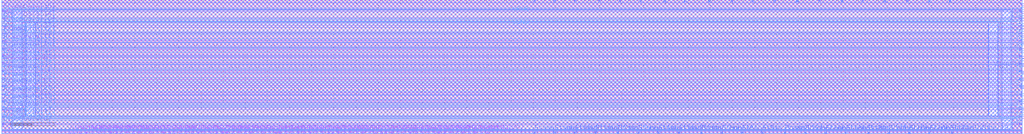
<source format=lef>
##
## LEF for PtnCells ;
## created by Innovus v15.20-p005_1 on Tue Apr 20 13:36:03 2021
##

VERSION 5.7 ;

BUSBITCHARS "[]" ;
DIVIDERCHAR "/" ;

MACRO N_term_single
  CLASS BLOCK ;
  SIZE 230.4600 BY 30.2600 ;
  FOREIGN N_term_single 0.0000 0.0000 ;
  ORIGIN 0 0 ;
  SYMMETRY X Y R90 ;
  PIN N1END[3]
    DIRECTION INPUT ;
    USE SIGNAL ;
    ANTENNAPARTIALMETALAREA 0.44965 LAYER li1  ;
    ANTENNAPARTIALMETALSIDEAREA 0.529 LAYER li1  ;
    ANTENNAPARTIALCUTAREA 0.0289 LAYER mcon  ;
    ANTENNAPARTIALMETALAREA 2.1036 LAYER met1  ;
    ANTENNAPARTIALMETALSIDEAREA 10.4405 LAYER met1  ;
    ANTENNAPARTIALCUTAREA 0.0225 LAYER via  ;
    ANTENNAPARTIALMETALAREA 0.8427 LAYER met2  ;
    ANTENNAPARTIALMETALSIDEAREA 4.0425 LAYER met2  ;
    ANTENNAPARTIALCUTAREA 0.04 LAYER via2  ;
    ANTENNAPARTIALMETALAREA 11.9388 LAYER met3  ;
    ANTENNAPARTIALMETALSIDEAREA 64.144 LAYER met3  ;
    ANTENNAMODEL OXIDE1 ;
    ANTENNAGATEAREA 0.7425 LAYER met3  ;
    ANTENNAMAXAREACAR 23.5199 LAYER met3  ;
    ANTENNAMAXSIDEAREACAR 117.364 LAYER met3  ;
    ANTENNAMAXCUTCAR 0.123098 LAYER via3  ;
    PORT
      LAYER li1 ;
        RECT 19.0050 0.0000 19.1750 0.3300 ;
    END
  END N1END[3]
  PIN N1END[2]
    DIRECTION INPUT ;
    USE SIGNAL ;
    ANTENNAPARTIALMETALAREA 0.79645 LAYER li1  ;
    ANTENNAPARTIALMETALSIDEAREA 0.937 LAYER li1  ;
    ANTENNAPARTIALCUTAREA 0.0289 LAYER mcon  ;
    ANTENNAPARTIALMETALAREA 0.6868 LAYER met1  ;
    ANTENNAPARTIALMETALSIDEAREA 3.3565 LAYER met1  ;
    ANTENNAPARTIALCUTAREA 0.0225 LAYER via  ;
    ANTENNAPARTIALMETALAREA 0.4717 LAYER met2  ;
    ANTENNAPARTIALMETALSIDEAREA 2.1875 LAYER met2  ;
    ANTENNAPARTIALCUTAREA 0.04 LAYER via2  ;
    ANTENNAPARTIALMETALAREA 24.8628 LAYER met3  ;
    ANTENNAPARTIALMETALSIDEAREA 133.072 LAYER met3  ;
    ANTENNAMODEL OXIDE1 ;
    ANTENNAGATEAREA 0.7425 LAYER met3  ;
    ANTENNAMAXAREACAR 40.7813 LAYER met3  ;
    ANTENNAMAXSIDEAREACAR 211.259 LAYER met3  ;
    ANTENNAMAXCUTCAR 0.123098 LAYER via3  ;
    PORT
      LAYER li1 ;
        RECT 17.6250 0.0000 17.7950 0.3300 ;
    END
  END N1END[2]
  PIN N1END[1]
    DIRECTION INPUT ;
    USE SIGNAL ;
    ANTENNAPARTIALMETALAREA 0.56525 LAYER li1  ;
    ANTENNAPARTIALMETALSIDEAREA 0.665 LAYER li1  ;
    ANTENNAPARTIALCUTAREA 0.0289 LAYER mcon  ;
    ANTENNAPARTIALMETALAREA 16.6384 LAYER met1  ;
    ANTENNAPARTIALMETALSIDEAREA 83.118 LAYER met1  ;
    ANTENNAMODEL OXIDE1 ;
    ANTENNAGATEAREA 0.7425 LAYER met1  ;
    ANTENNAMAXAREACAR 22.8606 LAYER met1  ;
    ANTENNAMAXSIDEAREACAR 112.477 LAYER met1  ;
    ANTENNAMAXCUTCAR 0.0389226 LAYER via  ;
    PORT
      LAYER li1 ;
        RECT 16.2450 0.0000 16.4150 0.3300 ;
    END
  END N1END[1]
  PIN N1END[0]
    DIRECTION INPUT ;
    USE SIGNAL ;
    ANTENNAPARTIALMETALAREA 3.78505 LAYER li1  ;
    ANTENNAPARTIALMETALSIDEAREA 4.453 LAYER li1  ;
    ANTENNAPARTIALCUTAREA 0.0289 LAYER mcon  ;
    ANTENNAPARTIALMETALAREA 17.576 LAYER met1  ;
    ANTENNAPARTIALMETALSIDEAREA 87.843 LAYER met1  ;
    ANTENNAMODEL OXIDE1 ;
    ANTENNAGATEAREA 0.7425 LAYER met1  ;
    ANTENNAMAXAREACAR 27.1296 LAYER met1  ;
    ANTENNAMAXSIDEAREACAR 122.377 LAYER met1  ;
    ANTENNAMAXCUTCAR 0.0389226 LAYER via  ;
    PORT
      LAYER li1 ;
        RECT 15.3250 0.0000 15.4950 0.3300 ;
    END
  END N1END[0]
  PIN N2MID[7]
    DIRECTION INPUT ;
    USE SIGNAL ;
    ANTENNAPARTIALMETALAREA 3.33965 LAYER li1  ;
    ANTENNAPARTIALMETALSIDEAREA 3.929 LAYER li1  ;
    ANTENNAPARTIALCUTAREA 0.0289 LAYER mcon  ;
    ANTENNAPARTIALMETALAREA 8.4312 LAYER met1  ;
    ANTENNAPARTIALMETALSIDEAREA 42.119 LAYER met1  ;
    ANTENNAMODEL OXIDE1 ;
    ANTENNAGATEAREA 0.7425 LAYER met1  ;
    ANTENNAMAXAREACAR 11.6514 LAYER met1  ;
    ANTENNAMAXSIDEAREACAR 57.0761 LAYER met1  ;
    ANTENNAMAXCUTCAR 0.0389226 LAYER via  ;
    PORT
      LAYER li1 ;
        RECT 29.5850 0.0000 29.7550 0.3300 ;
    END
  END N2MID[7]
  PIN N2MID[6]
    DIRECTION INPUT ;
    USE SIGNAL ;
    ANTENNAPARTIALMETALAREA 0.93245 LAYER li1  ;
    ANTENNAPARTIALMETALSIDEAREA 1.097 LAYER li1  ;
    ANTENNAPARTIALCUTAREA 0.0289 LAYER mcon  ;
    ANTENNAPARTIALMETALAREA 8.0756 LAYER met1  ;
    ANTENNAPARTIALMETALSIDEAREA 40.341 LAYER met1  ;
    ANTENNAMODEL OXIDE1 ;
    ANTENNAGATEAREA 0.7425 LAYER met1  ;
    ANTENNAMAXAREACAR 12.0563 LAYER met1  ;
    ANTENNAMAXSIDEAREACAR 55.7212 LAYER met1  ;
    ANTENNAMAXCUTCAR 0.0389226 LAYER via  ;
    PORT
      LAYER li1 ;
        RECT 28.2050 0.0000 28.3750 0.3300 ;
    END
  END N2MID[6]
  PIN N2MID[5]
    DIRECTION INPUT ;
    USE SIGNAL ;
    ANTENNAPARTIALMETALAREA 4.09105 LAYER li1  ;
    ANTENNAPARTIALMETALSIDEAREA 4.813 LAYER li1  ;
    ANTENNAPARTIALCUTAREA 0.0289 LAYER mcon  ;
    ANTENNAPARTIALMETALAREA 17.2824 LAYER met1  ;
    ANTENNAPARTIALMETALSIDEAREA 86.338 LAYER met1  ;
    ANTENNAMODEL OXIDE1 ;
    ANTENNAGATEAREA 0.7425 LAYER met1  ;
    ANTENNAMAXAREACAR 25.278 LAYER met1  ;
    ANTENNAMAXSIDEAREACAR 118.637 LAYER met1  ;
    ANTENNAMAXCUTCAR 0.0389226 LAYER via  ;
    PORT
      LAYER li1 ;
        RECT 26.8250 0.0000 26.9950 0.3300 ;
    END
  END N2MID[5]
  PIN N2MID[4]
    DIRECTION INPUT ;
    USE SIGNAL ;
    ANTENNAPARTIALMETALAREA 0.33405 LAYER li1  ;
    ANTENNAPARTIALMETALSIDEAREA 0.393 LAYER li1  ;
    ANTENNAPARTIALCUTAREA 0.0289 LAYER mcon  ;
    ANTENNAPARTIALMETALAREA 9.7256 LAYER met1  ;
    ANTENNAPARTIALMETALSIDEAREA 48.517 LAYER met1  ;
    ANTENNAMODEL OXIDE1 ;
    ANTENNAGATEAREA 0.7425 LAYER met1  ;
    ANTENNAMAXAREACAR 13.6283 LAYER met1  ;
    ANTENNAMAXSIDEAREACAR 65.9677 LAYER met1  ;
    ANTENNAMAXCUTCAR 0.0389226 LAYER via  ;
    PORT
      LAYER li1 ;
        RECT 25.9050 0.0000 26.0750 0.3300 ;
    END
  END N2MID[4]
  PIN N2MID[3]
    DIRECTION INPUT ;
    USE SIGNAL ;
    ANTENNAPARTIALMETALAREA 3.33965 LAYER li1  ;
    ANTENNAPARTIALMETALSIDEAREA 3.929 LAYER li1  ;
    ANTENNAPARTIALCUTAREA 0.0289 LAYER mcon  ;
    ANTENNAPARTIALMETALAREA 0.0832 LAYER met1  ;
    ANTENNAPARTIALMETALSIDEAREA 0.406 LAYER met1  ;
    ANTENNAPARTIALCUTAREA 0.0225 LAYER via  ;
    ANTENNAPARTIALMETALAREA 0.1569 LAYER met2  ;
    ANTENNAPARTIALMETALSIDEAREA 0.5985 LAYER met2  ;
    ANTENNAPARTIALCUTAREA 0.04 LAYER via2  ;
    ANTENNAPARTIALMETALAREA 22.2054 LAYER met3  ;
    ANTENNAPARTIALMETALSIDEAREA 119.84 LAYER met3  ;
    ANTENNAMODEL OXIDE1 ;
    ANTENNAGATEAREA 0.7425 LAYER met3  ;
    ANTENNAMAXAREACAR 36.7725 LAYER met3  ;
    ANTENNAMAXSIDEAREACAR 193.697 LAYER met3  ;
    ANTENNAMAXCUTCAR 0.123098 LAYER via3  ;
    PORT
      LAYER li1 ;
        RECT 24.5250 0.0000 24.6950 0.3300 ;
    END
  END N2MID[3]
  PIN N2MID[2]
    DIRECTION INPUT ;
    USE SIGNAL ;
    ANTENNAPARTIALMETALAREA 4.49565 LAYER li1  ;
    ANTENNAPARTIALMETALSIDEAREA 5.289 LAYER li1  ;
    ANTENNAPARTIALCUTAREA 0.0289 LAYER mcon  ;
    ANTENNAPARTIALMETALAREA 17.9148 LAYER met1  ;
    ANTENNAPARTIALMETALSIDEAREA 89.537 LAYER met1  ;
    ANTENNAMODEL OXIDE1 ;
    ANTENNAGATEAREA 0.7425 LAYER met1  ;
    ANTENNAMAXAREACAR 26.7593 LAYER met1  ;
    ANTENNAMAXSIDEAREACAR 123.686 LAYER met1  ;
    ANTENNAMAXCUTCAR 0.0389226 LAYER via  ;
    PORT
      LAYER li1 ;
        RECT 23.1450 0.0000 23.3150 0.3300 ;
    END
  END N2MID[2]
  PIN N2MID[1]
    DIRECTION INPUT ;
    USE SIGNAL ;
    ANTENNAPARTIALMETALAREA 2.35705 LAYER li1  ;
    ANTENNAPARTIALMETALSIDEAREA 2.773 LAYER li1  ;
    ANTENNAPARTIALCUTAREA 0.0289 LAYER mcon  ;
    ANTENNAPARTIALMETALAREA 17.156 LAYER met1  ;
    ANTENNAPARTIALMETALSIDEAREA 85.743 LAYER met1  ;
    ANTENNAMODEL OXIDE1 ;
    ANTENNAGATEAREA 0.7425 LAYER met1  ;
    ANTENNAMAXAREACAR 23.402 LAYER met1  ;
    ANTENNAMAXSIDEAREACAR 115.829 LAYER met1  ;
    ANTENNAMAXCUTCAR 0.0389226 LAYER via  ;
    PORT
      LAYER li1 ;
        RECT 21.7650 0.0000 21.9350 0.3300 ;
    END
  END N2MID[1]
  PIN N2MID[0]
    DIRECTION INPUT ;
    USE SIGNAL ;
    ANTENNAPARTIALMETALAREA 0.68085 LAYER li1  ;
    ANTENNAPARTIALMETALSIDEAREA 0.801 LAYER li1  ;
    ANTENNAPARTIALCUTAREA 0.0289 LAYER mcon  ;
    ANTENNAPARTIALMETALAREA 3.6464 LAYER met1  ;
    ANTENNAPARTIALMETALSIDEAREA 18.1545 LAYER met1  ;
    ANTENNAPARTIALCUTAREA 0.0225 LAYER via  ;
    ANTENNAPARTIALMETALAREA 1.6771 LAYER met2  ;
    ANTENNAPARTIALMETALSIDEAREA 8.2145 LAYER met2  ;
    ANTENNAPARTIALCUTAREA 0.04 LAYER via2  ;
    ANTENNAPARTIALMETALAREA 4.3968 LAYER met3  ;
    ANTENNAPARTIALMETALSIDEAREA 23.92 LAYER met3  ;
    ANTENNAMODEL OXIDE1 ;
    ANTENNAGATEAREA 0.7425 LAYER met3  ;
    ANTENNAMAXAREACAR 13.5822 LAYER met3  ;
    ANTENNAMAXSIDEAREACAR 68.4337 LAYER met3  ;
    ANTENNAMAXCUTCAR 0.123098 LAYER via3  ;
    PORT
      LAYER li1 ;
        RECT 20.3850 0.0000 20.5550 0.3300 ;
    END
  END N2MID[0]
  PIN N2END[7]
    DIRECTION INPUT ;
    USE SIGNAL ;
    ANTENNAPARTIALCUTAREA 0.0289 LAYER mcon  ;
    ANTENNAPARTIALMETALAREA 3.3916 LAYER met1  ;
    ANTENNAPARTIALMETALSIDEAREA 16.8805 LAYER met1  ;
    ANTENNAPARTIALCUTAREA 0.0225 LAYER via  ;
    ANTENNAPARTIALMETALAREA 2.3834 LAYER met2  ;
    ANTENNAPARTIALMETALSIDEAREA 11.746 LAYER met2  ;
    ANTENNAPARTIALCUTAREA 0.04 LAYER via2  ;
    ANTENNAPARTIALMETALAREA 12.8598 LAYER met3  ;
    ANTENNAPARTIALMETALSIDEAREA 69.056 LAYER met3  ;
    ANTENNAMODEL OXIDE1 ;
    ANTENNAGATEAREA 0.7425 LAYER met3  ;
    ANTENNAMAXAREACAR 23.334 LAYER met3  ;
    ANTENNAMAXSIDEAREACAR 118.337 LAYER met3  ;
    ANTENNAMAXCUTCAR 0.123098 LAYER via3  ;
    PORT
      LAYER li1 ;
        RECT 40.1650 0.0000 40.3350 0.3300 ;
    END
  END N2END[7]
  PIN N2END[6]
    DIRECTION INPUT ;
    USE SIGNAL ;
    ANTENNAPARTIALMETALAREA 0.62305 LAYER li1  ;
    ANTENNAPARTIALMETALSIDEAREA 0.733 LAYER li1  ;
    ANTENNAPARTIALCUTAREA 0.0289 LAYER mcon  ;
    ANTENNAPARTIALMETALAREA 4.7104 LAYER met1  ;
    ANTENNAPARTIALMETALSIDEAREA 23.4745 LAYER met1  ;
    ANTENNAPARTIALCUTAREA 0.0225 LAYER via  ;
    ANTENNAPARTIALMETALAREA 0.8803 LAYER met2  ;
    ANTENNAPARTIALMETALSIDEAREA 4.1125 LAYER met2  ;
    ANTENNAPARTIALCUTAREA 0.04 LAYER via2  ;
    ANTENNAPARTIALMETALAREA 1.4028 LAYER met3  ;
    ANTENNAPARTIALMETALSIDEAREA 7.952 LAYER met3  ;
    ANTENNAMODEL OXIDE1 ;
    ANTENNAGATEAREA 0.7425 LAYER met3  ;
    ANTENNAMAXAREACAR 5.78519 LAYER met3  ;
    ANTENNAMAXSIDEAREACAR 28.1279 LAYER met3  ;
    ANTENNAMAXCUTCAR 0.123098 LAYER via3  ;
    PORT
      LAYER li1 ;
        RECT 38.7850 0.0000 38.9550 0.3300 ;
    END
  END N2END[6]
  PIN N2END[5]
    DIRECTION INPUT ;
    USE SIGNAL ;
    ANTENNAPARTIALMETALAREA 0.50745 LAYER li1  ;
    ANTENNAPARTIALMETALSIDEAREA 0.597 LAYER li1  ;
    ANTENNAPARTIALCUTAREA 0.0289 LAYER mcon  ;
    ANTENNAPARTIALMETALAREA 7.0956 LAYER met1  ;
    ANTENNAPARTIALMETALSIDEAREA 35.441 LAYER met1  ;
    ANTENNAMODEL OXIDE1 ;
    ANTENNAGATEAREA 0.7425 LAYER met1  ;
    ANTENNAMAXAREACAR 11.0203 LAYER met1  ;
    ANTENNAMAXSIDEAREACAR 49.4559 LAYER met1  ;
    ANTENNAMAXCUTCAR 0.0389226 LAYER via  ;
    PORT
      LAYER li1 ;
        RECT 37.8650 0.0000 38.0350 0.3300 ;
    END
  END N2END[5]
  PIN N2END[4]
    DIRECTION INPUT ;
    USE SIGNAL ;
    ANTENNAPARTIALMETALAREA 0.73865 LAYER li1  ;
    ANTENNAPARTIALMETALSIDEAREA 0.869 LAYER li1  ;
    ANTENNAPARTIALCUTAREA 0.0289 LAYER mcon  ;
    ANTENNAPARTIALMETALAREA 8.881 LAYER met1  ;
    ANTENNAPARTIALMETALSIDEAREA 44.331 LAYER met1  ;
    ANTENNAMODEL OXIDE1 ;
    ANTENNAGATEAREA 0.7425 LAYER met1  ;
    ANTENNAMAXAREACAR 12.4129 LAYER met1  ;
    ANTENNAMAXSIDEAREACAR 60.2384 LAYER met1  ;
    ANTENNAMAXCUTCAR 0.0389226 LAYER via  ;
    PORT
      LAYER li1 ;
        RECT 36.4850 0.0000 36.6550 0.3300 ;
    END
  END N2END[4]
  PIN N2END[3]
    DIRECTION INPUT ;
    USE SIGNAL ;
    ANTENNAPARTIALMETALAREA 0.73865 LAYER li1  ;
    ANTENNAPARTIALMETALSIDEAREA 0.869 LAYER li1  ;
    ANTENNAPARTIALCUTAREA 0.0289 LAYER mcon  ;
    ANTENNAPARTIALMETALAREA 0.236 LAYER met1  ;
    ANTENNAPARTIALMETALSIDEAREA 1.1025 LAYER met1  ;
    ANTENNAPARTIALCUTAREA 0.0225 LAYER via  ;
    ANTENNAPARTIALMETALAREA 0.9463 LAYER met2  ;
    ANTENNAPARTIALMETALSIDEAREA 4.5605 LAYER met2  ;
    ANTENNAPARTIALCUTAREA 0.04 LAYER via2  ;
    ANTENNAPARTIALMETALAREA 18.0558 LAYER met3  ;
    ANTENNAPARTIALMETALSIDEAREA 96.768 LAYER met3  ;
    ANTENNAMODEL OXIDE1 ;
    ANTENNAGATEAREA 0.7425 LAYER met3  ;
    ANTENNAMAXAREACAR 33.8169 LAYER met3  ;
    ANTENNAMAXSIDEAREACAR 175.503 LAYER met3  ;
    ANTENNAMAXCUTCAR 0.123098 LAYER via3  ;
    PORT
      LAYER li1 ;
        RECT 35.1050 0.0000 35.2750 0.3300 ;
    END
  END N2END[3]
  PIN N2END[2]
    DIRECTION INPUT ;
    USE SIGNAL ;
    ANTENNAPARTIALMETALAREA 0.39185 LAYER li1  ;
    ANTENNAPARTIALMETALSIDEAREA 0.461 LAYER li1  ;
    ANTENNAPARTIALCUTAREA 0.0289 LAYER mcon  ;
    ANTENNAPARTIALMETALAREA 3.246 LAYER met1  ;
    ANTENNAPARTIALMETALSIDEAREA 16.1525 LAYER met1  ;
    ANTENNAPARTIALCUTAREA 0.0225 LAYER via  ;
    ANTENNAPARTIALMETALAREA 1.5972 LAYER met2  ;
    ANTENNAPARTIALMETALSIDEAREA 7.868 LAYER met2  ;
    ANTENNAMODEL OXIDE1 ;
    ANTENNAGATEAREA 0.7425 LAYER met2  ;
    ANTENNAMAXAREACAR 8.53603 LAYER met2  ;
    ANTENNAMAXSIDEAREACAR 40.6902 LAYER met2  ;
    ANTENNAMAXCUTCAR 0.0692256 LAYER via2  ;
    PORT
      LAYER li1 ;
        RECT 33.7250 0.0000 33.8950 0.3300 ;
    END
  END N2END[2]
  PIN N2END[1]
    DIRECTION INPUT ;
    USE SIGNAL ;
    ANTENNAPARTIALMETALAREA 1.49005 LAYER li1  ;
    ANTENNAPARTIALMETALSIDEAREA 1.753 LAYER li1  ;
    ANTENNAPARTIALCUTAREA 0.0289 LAYER mcon  ;
    ANTENNAPARTIALMETALAREA 13.7884 LAYER met1  ;
    ANTENNAPARTIALMETALSIDEAREA 68.8275 LAYER met1  ;
    ANTENNAPARTIALCUTAREA 0.0225 LAYER via  ;
    ANTENNAPARTIALMETALAREA 1.8688 LAYER met2  ;
    ANTENNAPARTIALMETALSIDEAREA 9.226 LAYER met2  ;
    ANTENNAMODEL OXIDE1 ;
    ANTENNAGATEAREA 0.7425 LAYER met2  ;
    ANTENNAMAXAREACAR 6.05535 LAYER met2  ;
    ANTENNAMAXSIDEAREACAR 28.3131 LAYER met2  ;
    ANTENNAMAXCUTCAR 0.0692256 LAYER via2  ;
    PORT
      LAYER li1 ;
        RECT 32.3450 0.0000 32.5150 0.3300 ;
    END
  END N2END[1]
  PIN N2END[0]
    DIRECTION INPUT ;
    USE SIGNAL ;
    ANTENNAPARTIALCUTAREA 0.0289 LAYER mcon  ;
    ANTENNAPARTIALMETALAREA 3.5512 LAYER met1  ;
    ANTENNAPARTIALMETALSIDEAREA 17.6785 LAYER met1  ;
    ANTENNAPARTIALCUTAREA 0.0225 LAYER via  ;
    ANTENNAPARTIALMETALAREA 1.6308 LAYER met2  ;
    ANTENNAPARTIALMETALSIDEAREA 8.036 LAYER met2  ;
    ANTENNAMODEL OXIDE1 ;
    ANTENNAGATEAREA 0.7425 LAYER met2  ;
    ANTENNAMAXAREACAR 8.80673 LAYER met2  ;
    ANTENNAMAXSIDEAREACAR 41.6963 LAYER met2  ;
    ANTENNAMAXCUTCAR 0.0692256 LAYER via2  ;
    PORT
      LAYER li1 ;
        RECT 30.9650 0.0000 31.1350 0.3300 ;
    END
  END N2END[0]
  PIN N4END[15]
    DIRECTION INPUT ;
    USE SIGNAL ;
    ANTENNAPARTIALMETALAREA 1.43225 LAYER li1  ;
    ANTENNAPARTIALMETALSIDEAREA 1.685 LAYER li1  ;
    ANTENNAPARTIALCUTAREA 0.0289 LAYER mcon  ;
    ANTENNAPARTIALMETALAREA 0.6724 LAYER met1  ;
    ANTENNAPARTIALMETALSIDEAREA 3.325 LAYER met1  ;
    ANTENNAMODEL OXIDE1 ;
    ANTENNAGATEAREA 0.7425 LAYER met1  ;
    ANTENNAMAXAREACAR 1.20189 LAYER met1  ;
    ANTENNAMAXSIDEAREACAR 4.82828 LAYER met1  ;
    ANTENNAMAXCUTCAR 0.0389226 LAYER via  ;
    PORT
      LAYER li1 ;
        RECT 61.7850 0.0000 61.9550 0.3300 ;
    END
  END N4END[15]
  PIN N4END[14]
    DIRECTION INPUT ;
    USE SIGNAL ;
    ANTENNAPARTIALMETALAREA 0.73865 LAYER li1  ;
    ANTENNAPARTIALMETALSIDEAREA 0.869 LAYER li1  ;
    ANTENNAPARTIALCUTAREA 0.0289 LAYER mcon  ;
    ANTENNAPARTIALMETALAREA 0.3004 LAYER met1  ;
    ANTENNAPARTIALMETALSIDEAREA 1.4245 LAYER met1  ;
    ANTENNAPARTIALCUTAREA 0.0225 LAYER via  ;
    ANTENNAPARTIALMETALAREA 1.7149 LAYER met2  ;
    ANTENNAPARTIALMETALSIDEAREA 8.4035 LAYER met2  ;
    ANTENNAPARTIALCUTAREA 0.04 LAYER via2  ;
    ANTENNAPARTIALMETALAREA 15.5718 LAYER met3  ;
    ANTENNAPARTIALMETALSIDEAREA 83.52 LAYER met3  ;
    ANTENNAMODEL OXIDE1 ;
    ANTENNAGATEAREA 0.7425 LAYER met3  ;
    ANTENNAMAXAREACAR 31.3863 LAYER met3  ;
    ANTENNAMAXSIDEAREACAR 162.494 LAYER met3  ;
    ANTENNAMAXCUTCAR 0.123098 LAYER via3  ;
    PORT
      LAYER li1 ;
        RECT 60.4050 0.0000 60.5750 0.3300 ;
    END
  END N4END[14]
  PIN N4END[13]
    DIRECTION INPUT ;
    USE SIGNAL ;
    ANTENNAPARTIALMETALAREA 2.87725 LAYER li1  ;
    ANTENNAPARTIALMETALSIDEAREA 3.385 LAYER li1  ;
    ANTENNAPARTIALCUTAREA 0.0289 LAYER mcon  ;
    ANTENNAPARTIALMETALAREA 1.3808 LAYER met1  ;
    ANTENNAPARTIALMETALSIDEAREA 6.867 LAYER met1  ;
    ANTENNAMODEL OXIDE1 ;
    ANTENNAGATEAREA 0.7425 LAYER met1  ;
    ANTENNAMAXAREACAR 2.70088 LAYER met1  ;
    ANTENNAMAXSIDEAREACAR 10.2397 LAYER met1  ;
    ANTENNAMAXCUTCAR 0.0389226 LAYER via  ;
    PORT
      LAYER li1 ;
        RECT 59.0250 0.0000 59.1950 0.3300 ;
    END
  END N4END[13]
  PIN N4END[12]
    DIRECTION INPUT ;
    USE SIGNAL ;
    ANTENNAPARTIALMETALAREA 0.27625 LAYER li1  ;
    ANTENNAPARTIALMETALSIDEAREA 0.325 LAYER li1  ;
    ANTENNAPARTIALCUTAREA 0.0289 LAYER mcon  ;
    ANTENNAPARTIALMETALAREA 2.5106 LAYER met1  ;
    ANTENNAPARTIALMETALSIDEAREA 12.516 LAYER met1  ;
    ANTENNAMODEL OXIDE1 ;
    ANTENNAGATEAREA 0.7425 LAYER met1  ;
    ANTENNAMAXAREACAR 6.64027 LAYER met1  ;
    ANTENNAMAXSIDEAREACAR 20.6923 LAYER met1  ;
    ANTENNAMAXCUTCAR 0.0389226 LAYER via  ;
    PORT
      LAYER li1 ;
        RECT 57.6450 0.0000 57.8150 0.3300 ;
    END
  END N4END[12]
  PIN N4END[11]
    DIRECTION INPUT ;
    USE SIGNAL ;
    ANTENNAPARTIALMETALAREA 0.39185 LAYER li1  ;
    ANTENNAPARTIALMETALSIDEAREA 0.461 LAYER li1  ;
    ANTENNAPARTIALCUTAREA 0.0289 LAYER mcon  ;
    ANTENNAPARTIALMETALAREA 1.524 LAYER met1  ;
    ANTENNAPARTIALMETALSIDEAREA 7.5425 LAYER met1  ;
    ANTENNAPARTIALCUTAREA 0.0225 LAYER via  ;
    ANTENNAPARTIALMETALAREA 2.6164 LAYER met2  ;
    ANTENNAPARTIALMETALSIDEAREA 12.964 LAYER met2  ;
    ANTENNAMODEL OXIDE1 ;
    ANTENNAGATEAREA 0.7425 LAYER met2  ;
    ANTENNAMAXAREACAR 6.2796 LAYER met2  ;
    ANTENNAMAXSIDEAREACAR 29.1104 LAYER met2  ;
    ANTENNAMAXCUTCAR 0.0692256 LAYER via2  ;
    PORT
      LAYER li1 ;
        RECT 56.2650 0.0000 56.4350 0.3300 ;
    END
  END N4END[11]
  PIN N4END[10]
    DIRECTION INPUT ;
    USE SIGNAL ;
    ANTENNAPARTIALMETALAREA 1.25885 LAYER li1  ;
    ANTENNAPARTIALMETALSIDEAREA 1.481 LAYER li1  ;
    ANTENNAPARTIALCUTAREA 0.0289 LAYER mcon  ;
    ANTENNAPARTIALMETALAREA 3.4892 LAYER met1  ;
    ANTENNAPARTIALMETALSIDEAREA 17.409 LAYER met1  ;
    ANTENNAMODEL OXIDE1 ;
    ANTENNAGATEAREA 0.7425 LAYER met1  ;
    ANTENNAMAXAREACAR 5.22909 LAYER met1  ;
    ANTENNAMAXSIDEAREACAR 24.0714 LAYER met1  ;
    ANTENNAMAXCUTCAR 0.0389226 LAYER via  ;
    PORT
      LAYER li1 ;
        RECT 54.8850 0.0000 55.0550 0.3300 ;
    END
  END N4END[10]
  PIN N4END[9]
    DIRECTION INPUT ;
    USE SIGNAL ;
    ANTENNAPARTIALMETALAREA 0.16065 LAYER li1  ;
    ANTENNAPARTIALMETALSIDEAREA 0.189 LAYER li1  ;
    ANTENNAPARTIALCUTAREA 0.0289 LAYER mcon  ;
    ANTENNAPARTIALMETALAREA 3.4056 LAYER met1  ;
    ANTENNAPARTIALMETALSIDEAREA 16.954 LAYER met1  ;
    ANTENNAMODEL OXIDE1 ;
    ANTENNAGATEAREA 0.7425 LAYER met1  ;
    ANTENNAMAXAREACAR 5.26532 LAYER met1  ;
    ANTENNAMAXSIDEAREACAR 23.6337 LAYER met1  ;
    ANTENNAMAXCUTCAR 0.0389226 LAYER via  ;
    PORT
      LAYER li1 ;
        RECT 53.5050 0.0000 53.6750 0.3300 ;
    END
  END N4END[9]
  PIN N4END[8]
    DIRECTION INPUT ;
    USE SIGNAL ;
    ANTENNAPARTIALMETALAREA 4.66905 LAYER li1  ;
    ANTENNAPARTIALMETALSIDEAREA 5.493 LAYER li1  ;
    ANTENNAPARTIALCUTAREA 0.0289 LAYER mcon  ;
    ANTENNAPARTIALMETALAREA 16.2404 LAYER met1  ;
    ANTENNAPARTIALMETALSIDEAREA 81.165 LAYER met1  ;
    ANTENNAMODEL OXIDE1 ;
    ANTENNAGATEAREA 0.7425 LAYER met1  ;
    ANTENNAMAXAREACAR 24.0303 LAYER met1  ;
    ANTENNAMAXSIDEAREACAR 111.853 LAYER met1  ;
    ANTENNAMAXCUTCAR 0.0389226 LAYER via  ;
    PORT
      LAYER li1 ;
        RECT 52.1250 0.0000 52.2950 0.3300 ;
    END
  END N4END[8]
  PIN N4END[7]
    DIRECTION INPUT ;
    USE SIGNAL ;
    ANTENNAPARTIALMETALAREA 1.72125 LAYER li1  ;
    ANTENNAPARTIALMETALSIDEAREA 2.025 LAYER li1  ;
    ANTENNAPARTIALCUTAREA 0.0289 LAYER mcon  ;
    ANTENNAPARTIALMETALAREA 4.6484 LAYER met1  ;
    ANTENNAPARTIALMETALSIDEAREA 23.205 LAYER met1  ;
    ANTENNAMODEL OXIDE1 ;
    ANTENNAGATEAREA 0.7425 LAYER met1  ;
    ANTENNAMAXAREACAR 6.70559 LAYER met1  ;
    ANTENNAMAXSIDEAREACAR 31.7778 LAYER met1  ;
    ANTENNAMAXCUTCAR 0.0389226 LAYER via  ;
    PORT
      LAYER li1 ;
        RECT 50.7450 0.0000 50.9150 0.3300 ;
    END
  END N4END[7]
  PIN N4END[6]
    DIRECTION INPUT ;
    USE SIGNAL ;
    ANTENNAPARTIALMETALAREA 3.91765 LAYER li1  ;
    ANTENNAPARTIALMETALSIDEAREA 4.609 LAYER li1  ;
    ANTENNAPARTIALCUTAREA 0.0289 LAYER mcon  ;
    ANTENNAPARTIALMETALAREA 11.1196 LAYER met1  ;
    ANTENNAPARTIALMETALSIDEAREA 55.5205 LAYER met1  ;
    ANTENNAPARTIALCUTAREA 0.0225 LAYER via  ;
    ANTENNAPARTIALMETALAREA 0.4969 LAYER met2  ;
    ANTENNAPARTIALMETALSIDEAREA 2.3135 LAYER met2  ;
    ANTENNAPARTIALCUTAREA 0.04 LAYER via2  ;
    ANTENNAPARTIALMETALAREA 3.4308 LAYER met3  ;
    ANTENNAPARTIALMETALSIDEAREA 18.768 LAYER met3  ;
    ANTENNAMODEL OXIDE1 ;
    ANTENNAGATEAREA 0.7425 LAYER met3  ;
    ANTENNAMAXAREACAR 10.7115 LAYER met3  ;
    ANTENNAMAXSIDEAREACAR 52.9697 LAYER met3  ;
    ANTENNAMAXCUTCAR 0.123098 LAYER via3  ;
    PORT
      LAYER li1 ;
        RECT 49.8250 0.0000 49.9950 0.3300 ;
    END
  END N4END[6]
  PIN N4END[5]
    DIRECTION INPUT ;
    USE SIGNAL ;
    ANTENNAPARTIALMETALAREA 2.93505 LAYER li1  ;
    ANTENNAPARTIALMETALSIDEAREA 3.453 LAYER li1  ;
    ANTENNAPARTIALCUTAREA 0.0289 LAYER mcon  ;
    ANTENNAPARTIALMETALAREA 5.2448 LAYER met1  ;
    ANTENNAPARTIALMETALSIDEAREA 26.187 LAYER met1  ;
    ANTENNAMODEL OXIDE1 ;
    ANTENNAGATEAREA 0.7425 LAYER met1  ;
    ANTENNAMAXAREACAR 7.82707 LAYER met1  ;
    ANTENNAMAXSIDEAREACAR 36.1684 LAYER met1  ;
    ANTENNAMAXCUTCAR 0.0389226 LAYER via  ;
    PORT
      LAYER li1 ;
        RECT 48.4450 0.0000 48.6150 0.3300 ;
    END
  END N4END[5]
  PIN N4END[4]
    DIRECTION INPUT ;
    USE SIGNAL ;
    ANTENNAPARTIALMETALAREA 3.68645 LAYER li1  ;
    ANTENNAPARTIALMETALSIDEAREA 4.337 LAYER li1  ;
    ANTENNAPARTIALCUTAREA 0.0289 LAYER mcon  ;
    ANTENNAPARTIALMETALAREA 0.0832 LAYER met1  ;
    ANTENNAPARTIALMETALSIDEAREA 0.406 LAYER met1  ;
    ANTENNAPARTIALCUTAREA 0.0225 LAYER via  ;
    ANTENNAPARTIALMETALAREA 0.1036 LAYER met2  ;
    ANTENNAPARTIALMETALSIDEAREA 0.455 LAYER met2  ;
    ANTENNAPARTIALCUTAREA 0.04 LAYER via2  ;
    ANTENNAPARTIALMETALAREA 27.7188 LAYER met3  ;
    ANTENNAPARTIALMETALSIDEAREA 148.304 LAYER met3  ;
    ANTENNAMODEL OXIDE1 ;
    ANTENNAGATEAREA 0.7425 LAYER met3  ;
    ANTENNAMAXAREACAR 42.8665 LAYER met3  ;
    ANTENNAMAXSIDEAREACAR 223.444 LAYER met3  ;
    ANTENNAMAXCUTCAR 0.123098 LAYER via3  ;
    PORT
      LAYER li1 ;
        RECT 47.0650 0.0000 47.2350 0.3300 ;
    END
  END N4END[4]
  PIN N4END[3]
    DIRECTION INPUT ;
    USE SIGNAL ;
    ANTENNAPARTIALMETALAREA 2.47265 LAYER li1  ;
    ANTENNAPARTIALMETALSIDEAREA 2.909 LAYER li1  ;
    ANTENNAPARTIALCUTAREA 0.0289 LAYER mcon  ;
    ANTENNAPARTIALMETALAREA 2.5376 LAYER met1  ;
    ANTENNAPARTIALMETALSIDEAREA 12.6105 LAYER met1  ;
    ANTENNAPARTIALCUTAREA 0.0225 LAYER via  ;
    ANTENNAPARTIALMETALAREA 0.6285 LAYER met2  ;
    ANTENNAPARTIALMETALSIDEAREA 2.9715 LAYER met2  ;
    ANTENNAPARTIALCUTAREA 0.04 LAYER via2  ;
    ANTENNAPARTIALMETALAREA 9.5478 LAYER met3  ;
    ANTENNAPARTIALMETALSIDEAREA 51.392 LAYER met3  ;
    ANTENNAMODEL OXIDE1 ;
    ANTENNAGATEAREA 0.7425 LAYER met3  ;
    ANTENNAMAXAREACAR 26.2418 LAYER met3  ;
    ANTENNAMAXSIDEAREACAR 132.579 LAYER met3  ;
    ANTENNAMAXCUTCAR 0.123098 LAYER via3  ;
    PORT
      LAYER li1 ;
        RECT 45.6850 0.0000 45.8550 0.3300 ;
    END
  END N4END[3]
  PIN N4END[2]
    DIRECTION INPUT ;
    USE SIGNAL ;
    ANTENNAPARTIALMETALAREA 1.08545 LAYER li1  ;
    ANTENNAPARTIALMETALSIDEAREA 1.277 LAYER li1  ;
    ANTENNAPARTIALCUTAREA 0.0289 LAYER mcon  ;
    ANTENNAPARTIALMETALAREA 3.0696 LAYER met1  ;
    ANTENNAPARTIALMETALSIDEAREA 15.2705 LAYER met1  ;
    ANTENNAPARTIALCUTAREA 0.0225 LAYER via  ;
    ANTENNAPARTIALMETALAREA 2.3477 LAYER met2  ;
    ANTENNAPARTIALMETALSIDEAREA 11.5675 LAYER met2  ;
    ANTENNAPARTIALCUTAREA 0.04 LAYER via2  ;
    ANTENNAPARTIALMETALAREA 19.3458 LAYER met3  ;
    ANTENNAPARTIALMETALSIDEAREA 103.648 LAYER met3  ;
    ANTENNAMODEL OXIDE1 ;
    ANTENNAGATEAREA 0.7425 LAYER met3  ;
    ANTENNAMAXAREACAR 35.8496 LAYER met3  ;
    ANTENNAMAXSIDEAREACAR 187.1 LAYER met3  ;
    ANTENNAMAXCUTCAR 0.123098 LAYER via3  ;
    PORT
      LAYER li1 ;
        RECT 44.3050 0.0000 44.4750 0.3300 ;
    END
  END N4END[2]
  PIN N4END[1]
    DIRECTION INPUT ;
    USE SIGNAL ;
    ANTENNAPARTIALMETALAREA 2.01025 LAYER li1  ;
    ANTENNAPARTIALMETALSIDEAREA 2.365 LAYER li1  ;
    ANTENNAPARTIALCUTAREA 0.0289 LAYER mcon  ;
    ANTENNAPARTIALMETALAREA 3.1984 LAYER met1  ;
    ANTENNAPARTIALMETALSIDEAREA 15.9145 LAYER met1  ;
    ANTENNAPARTIALCUTAREA 0.0225 LAYER via  ;
    ANTENNAPARTIALMETALAREA 0.2407 LAYER met2  ;
    ANTENNAPARTIALMETALSIDEAREA 1.0325 LAYER met2  ;
    ANTENNAPARTIALCUTAREA 0.04 LAYER via2  ;
    ANTENNAPARTIALMETALAREA 18.9768 LAYER met3  ;
    ANTENNAPARTIALMETALSIDEAREA 101.68 LAYER met3  ;
    ANTENNAMODEL OXIDE1 ;
    ANTENNAGATEAREA 0.7425 LAYER met3  ;
    ANTENNAMAXAREACAR 32.7479 LAYER met3  ;
    ANTENNAMAXSIDEAREACAR 170.831 LAYER met3  ;
    ANTENNAMAXCUTCAR 0.123098 LAYER via3  ;
    PORT
      LAYER li1 ;
        RECT 42.9250 0.0000 43.0950 0.3300 ;
    END
  END N4END[1]
  PIN N4END[0]
    DIRECTION INPUT ;
    USE SIGNAL ;
    ANTENNAPARTIALMETALAREA 0.27625 LAYER li1  ;
    ANTENNAPARTIALMETALSIDEAREA 0.325 LAYER li1  ;
    ANTENNAPARTIALCUTAREA 0.0289 LAYER mcon  ;
    ANTENNAPARTIALMETALAREA 2.2968 LAYER met1  ;
    ANTENNAPARTIALMETALSIDEAREA 11.4065 LAYER met1  ;
    ANTENNAPARTIALCUTAREA 0.0225 LAYER via  ;
    ANTENNAPARTIALMETALAREA 3.2156 LAYER met2  ;
    ANTENNAPARTIALMETALSIDEAREA 15.96 LAYER met2  ;
    ANTENNAMODEL OXIDE1 ;
    ANTENNAGATEAREA 0.7425 LAYER met2  ;
    ANTENNAMAXAREACAR 21.9111 LAYER met2  ;
    ANTENNAMAXSIDEAREACAR 107.218 LAYER met2  ;
    ANTENNAMAXCUTCAR 0.0692256 LAYER via2  ;
    PORT
      LAYER li1 ;
        RECT 41.5450 0.0000 41.7150 0.3300 ;
    END
  END N4END[0]
  PIN Ci
    DIRECTION INPUT ;
    USE SIGNAL ;
    PORT
      LAYER met2 ;
        RECT 167.1400 0.0000 167.2800 0.4850 ;
    END
  END Ci
  PIN S1BEG[3]
    DIRECTION OUTPUT ;
    USE SIGNAL ;
    ANTENNAPARTIALMETALAREA 0.44965 LAYER li1  ;
    ANTENNAPARTIALMETALSIDEAREA 0.529 LAYER li1  ;
    ANTENNAPARTIALCUTAREA 0.0289 LAYER mcon  ;
    ANTENNADIFFAREA 1.782 LAYER met1  ;
    ANTENNAPARTIALMETALAREA 9.6188 LAYER met1  ;
    ANTENNAPARTIALMETALSIDEAREA 48.02 LAYER met1  ;
    PORT
      LAYER li1 ;
        RECT 66.8450 0.0000 67.0150 0.3300 ;
    END
  END S1BEG[3]
  PIN S1BEG[2]
    DIRECTION OUTPUT ;
    USE SIGNAL ;
    ANTENNAPARTIALMETALAREA 0.21845 LAYER li1  ;
    ANTENNAPARTIALMETALSIDEAREA 0.257 LAYER li1  ;
    ANTENNAPARTIALCUTAREA 0.0289 LAYER mcon  ;
    ANTENNAPARTIALMETALAREA 2.0224 LAYER met1  ;
    ANTENNAPARTIALMETALSIDEAREA 10.0345 LAYER met1  ;
    ANTENNAPARTIALCUTAREA 0.0225 LAYER via  ;
    ANTENNAPARTIALMETALAREA 1.8017 LAYER met2  ;
    ANTENNAPARTIALMETALSIDEAREA 8.8375 LAYER met2  ;
    ANTENNAPARTIALCUTAREA 0.04 LAYER via2  ;
    ANTENNADIFFAREA 1.782 LAYER met3  ;
    ANTENNAPARTIALMETALAREA 4.9488 LAYER met3  ;
    ANTENNAPARTIALMETALSIDEAREA 26.864 LAYER met3  ;
    PORT
      LAYER li1 ;
        RECT 65.4650 0.0000 65.6350 0.3300 ;
    END
  END S1BEG[2]
  PIN S1BEG[1]
    DIRECTION OUTPUT ;
    USE SIGNAL ;
    ANTENNAPARTIALCUTAREA 0.0289 LAYER mcon  ;
    ANTENNAPARTIALMETALAREA 3.1004 LAYER met1  ;
    ANTENNAPARTIALMETALSIDEAREA 15.4245 LAYER met1  ;
    ANTENNAPARTIALCUTAREA 0.0225 LAYER via  ;
    ANTENNADIFFAREA 1.782 LAYER met2  ;
    ANTENNAPARTIALMETALAREA 1.4332 LAYER met2  ;
    ANTENNAPARTIALMETALSIDEAREA 6.93 LAYER met2  ;
    PORT
      LAYER li1 ;
        RECT 64.0850 0.0000 64.2550 0.3300 ;
    END
  END S1BEG[1]
  PIN S1BEG[0]
    DIRECTION OUTPUT ;
    USE SIGNAL ;
    ANTENNAPARTIALMETALAREA 0.73865 LAYER li1  ;
    ANTENNAPARTIALMETALSIDEAREA 0.869 LAYER li1  ;
    ANTENNAPARTIALCUTAREA 0.0289 LAYER mcon  ;
    ANTENNADIFFAREA 1.782 LAYER met1  ;
    ANTENNAPARTIALMETALAREA 4.9988 LAYER met1  ;
    ANTENNAPARTIALMETALSIDEAREA 24.92 LAYER met1  ;
    PORT
      LAYER li1 ;
        RECT 62.7050 0.0000 62.8750 0.3300 ;
    END
  END S1BEG[0]
  PIN S2BEG[7]
    DIRECTION OUTPUT ;
    USE SIGNAL ;
    ANTENNAPARTIALMETALAREA 1.31665 LAYER li1  ;
    ANTENNAPARTIALMETALSIDEAREA 1.549 LAYER li1  ;
    ANTENNAPARTIALCUTAREA 0.0289 LAYER mcon  ;
    ANTENNAPARTIALMETALAREA 0.0832 LAYER met1  ;
    ANTENNAPARTIALMETALSIDEAREA 0.406 LAYER met1  ;
    ANTENNAPARTIALCUTAREA 0.0225 LAYER via  ;
    ANTENNADIFFAREA 1.782 LAYER met2  ;
    ANTENNAPARTIALMETALAREA 0.4548 LAYER met2  ;
    ANTENNAPARTIALMETALSIDEAREA 2.156 LAYER met2  ;
    PORT
      LAYER li1 ;
        RECT 88.0050 0.0000 88.1750 0.3300 ;
    END
  END S2BEG[7]
  PIN S2BEG[6]
    DIRECTION OUTPUT ;
    USE SIGNAL ;
    ANTENNAPARTIALMETALAREA 0.33405 LAYER li1  ;
    ANTENNAPARTIALMETALSIDEAREA 0.393 LAYER li1  ;
    ANTENNAPARTIALCUTAREA 0.0289 LAYER mcon  ;
    ANTENNADIFFAREA 1.782 LAYER met1  ;
    ANTENNAPARTIALMETALAREA 8.7172 LAYER met1  ;
    ANTENNAPARTIALMETALSIDEAREA 43.512 LAYER met1  ;
    PORT
      LAYER li1 ;
        RECT 86.6250 0.0000 86.7950 0.3300 ;
    END
  END S2BEG[6]
  PIN S2BEG[5]
    DIRECTION OUTPUT ;
    USE SIGNAL ;
    ANTENNAPARTIALMETALAREA 1.31665 LAYER li1  ;
    ANTENNAPARTIALMETALSIDEAREA 1.549 LAYER li1  ;
    ANTENNAPARTIALCUTAREA 0.0289 LAYER mcon  ;
    ANTENNAPARTIALMETALAREA 0.0832 LAYER met1  ;
    ANTENNAPARTIALMETALSIDEAREA 0.406 LAYER met1  ;
    ANTENNAPARTIALCUTAREA 0.0225 LAYER via  ;
    ANTENNADIFFAREA 1.782 LAYER met2  ;
    ANTENNAPARTIALMETALAREA 1.5356 LAYER met2  ;
    ANTENNAPARTIALMETALSIDEAREA 7.56 LAYER met2  ;
    PORT
      LAYER li1 ;
        RECT 85.7050 0.0000 85.8750 0.3300 ;
    END
  END S2BEG[5]
  PIN S2BEG[4]
    DIRECTION OUTPUT ;
    USE SIGNAL ;
    ANTENNAPARTIALMETALAREA 0.16065 LAYER li1  ;
    ANTENNAPARTIALMETALSIDEAREA 0.189 LAYER li1  ;
    ANTENNAPARTIALCUTAREA 0.0289 LAYER mcon  ;
    ANTENNADIFFAREA 1.782 LAYER met1  ;
    ANTENNAPARTIALMETALAREA 7.1096 LAYER met1  ;
    ANTENNAPARTIALMETALSIDEAREA 35.511 LAYER met1  ;
    PORT
      LAYER li1 ;
        RECT 84.3250 0.0000 84.4950 0.3300 ;
    END
  END S2BEG[4]
  PIN S2BEG[3]
    DIRECTION OUTPUT ;
    USE SIGNAL ;
    ANTENNAPARTIALMETALAREA 0.96985 LAYER li1  ;
    ANTENNAPARTIALMETALSIDEAREA 1.141 LAYER li1  ;
    ANTENNAPARTIALCUTAREA 0.0289 LAYER mcon  ;
    ANTENNAPARTIALMETALAREA 1.0732 LAYER met1  ;
    ANTENNAPARTIALMETALSIDEAREA 5.2885 LAYER met1  ;
    ANTENNAPARTIALCUTAREA 0.0225 LAYER via  ;
    ANTENNADIFFAREA 1.782 LAYER met2  ;
    ANTENNAPARTIALMETALAREA 1.6784 LAYER met2  ;
    ANTENNAPARTIALMETALSIDEAREA 8.274 LAYER met2  ;
    PORT
      LAYER li1 ;
        RECT 82.9450 0.0000 83.1150 0.3300 ;
    END
  END S2BEG[3]
  PIN S2BEG[2]
    DIRECTION OUTPUT ;
    USE SIGNAL ;
    ANTENNAPARTIALMETALAREA 0.21845 LAYER li1  ;
    ANTENNAPARTIALMETALSIDEAREA 0.257 LAYER li1  ;
    ANTENNAPARTIALCUTAREA 0.0289 LAYER mcon  ;
    ANTENNAPARTIALMETALAREA 2.7308 LAYER met1  ;
    ANTENNAPARTIALMETALSIDEAREA 13.5765 LAYER met1  ;
    ANTENNAPARTIALCUTAREA 0.0225 LAYER via  ;
    ANTENNADIFFAREA 1.782 LAYER met2  ;
    ANTENNAPARTIALMETALAREA 0.788 LAYER met2  ;
    ANTENNAPARTIALMETALSIDEAREA 3.822 LAYER met2  ;
    PORT
      LAYER li1 ;
        RECT 81.5650 0.0000 81.7350 0.3300 ;
    END
  END S2BEG[2]
  PIN S2BEG[1]
    DIRECTION OUTPUT ;
    USE SIGNAL ;
    ANTENNADIFFAREA 1.782 LAYER li1  ;
    ANTENNAPARTIALMETALAREA 3.52155 LAYER li1  ;
    ANTENNAPARTIALMETALSIDEAREA 4.072 LAYER li1  ;
    PORT
      LAYER li1 ;
        RECT 80.1850 0.0000 80.3550 0.3300 ;
    END
  END S2BEG[1]
  PIN S2BEG[0]
    DIRECTION OUTPUT ;
    USE SIGNAL ;
    ANTENNAPARTIALMETALAREA 0.39185 LAYER li1  ;
    ANTENNAPARTIALMETALSIDEAREA 0.461 LAYER li1  ;
    ANTENNAPARTIALCUTAREA 0.0289 LAYER mcon  ;
    ANTENNAPARTIALMETALAREA 1.2664 LAYER met1  ;
    ANTENNAPARTIALMETALSIDEAREA 6.2545 LAYER met1  ;
    ANTENNAPARTIALCUTAREA 0.0225 LAYER via  ;
    ANTENNADIFFAREA 1.782 LAYER met2  ;
    ANTENNAPARTIALMETALAREA 1.5972 LAYER met2  ;
    ANTENNAPARTIALMETALSIDEAREA 7.868 LAYER met2  ;
    PORT
      LAYER li1 ;
        RECT 78.8050 0.0000 78.9750 0.3300 ;
    END
  END S2BEG[0]
  PIN S2BEGb[7]
    DIRECTION OUTPUT ;
    USE SIGNAL ;
    ANTENNAPARTIALMETALAREA 1.08545 LAYER li1  ;
    ANTENNAPARTIALMETALSIDEAREA 1.277 LAYER li1  ;
    ANTENNAPARTIALCUTAREA 0.0289 LAYER mcon  ;
    ANTENNAPARTIALMETALAREA 1.3308 LAYER met1  ;
    ANTENNAPARTIALMETALSIDEAREA 6.5765 LAYER met1  ;
    ANTENNAPARTIALCUTAREA 0.0225 LAYER via  ;
    ANTENNADIFFAREA 1.782 LAYER met2  ;
    ANTENNAPARTIALMETALAREA 0.8832 LAYER met2  ;
    ANTENNAPARTIALMETALSIDEAREA 4.298 LAYER met2  ;
    PORT
      LAYER li1 ;
        RECT 77.4250 0.0000 77.5950 0.3300 ;
    END
  END S2BEGb[7]
  PIN S2BEGb[6]
    DIRECTION OUTPUT ;
    USE SIGNAL ;
    ANTENNAPARTIALMETALAREA 1.08545 LAYER li1  ;
    ANTENNAPARTIALMETALSIDEAREA 1.277 LAYER li1  ;
    ANTENNAPARTIALCUTAREA 0.0289 LAYER mcon  ;
    ANTENNAPARTIALMETALAREA 0.0832 LAYER met1  ;
    ANTENNAPARTIALMETALSIDEAREA 0.406 LAYER met1  ;
    ANTENNAPARTIALCUTAREA 0.0225 LAYER via  ;
    ANTENNAPARTIALMETALAREA 0.8749 LAYER met2  ;
    ANTENNAPARTIALMETALSIDEAREA 4.2035 LAYER met2  ;
    ANTENNAPARTIALCUTAREA 0.04 LAYER via2  ;
    ANTENNADIFFAREA 1.782 LAYER met3  ;
    ANTENNAPARTIALMETALAREA 4.5858 LAYER met3  ;
    ANTENNAPARTIALMETALSIDEAREA 24.928 LAYER met3  ;
    PORT
      LAYER li1 ;
        RECT 76.0450 0.0000 76.2150 0.3300 ;
    END
  END S2BEGb[6]
  PIN S2BEGb[5]
    DIRECTION OUTPUT ;
    USE SIGNAL ;
    ANTENNAPARTIALMETALAREA 1.24185 LAYER li1  ;
    ANTENNAPARTIALMETALSIDEAREA 1.461 LAYER li1  ;
    ANTENNAPARTIALCUTAREA 0.0289 LAYER mcon  ;
    ANTENNAPARTIALMETALAREA 0.0832 LAYER met1  ;
    ANTENNAPARTIALMETALSIDEAREA 0.406 LAYER met1  ;
    ANTENNAPARTIALCUTAREA 0.0225 LAYER via  ;
    ANTENNADIFFAREA 1.782 LAYER met2  ;
    ANTENNAPARTIALMETALAREA 1.3452 LAYER met2  ;
    ANTENNAPARTIALMETALSIDEAREA 6.608 LAYER met2  ;
    PORT
      LAYER li1 ;
        RECT 74.6650 0.0000 74.8350 0.3300 ;
    END
  END S2BEGb[5]
  PIN S2BEGb[4]
    DIRECTION OUTPUT ;
    USE SIGNAL ;
    ANTENNAPARTIALMETALAREA 0.10285 LAYER li1  ;
    ANTENNAPARTIALMETALSIDEAREA 0.121 LAYER li1  ;
    ANTENNAPARTIALCUTAREA 0.0289 LAYER mcon  ;
    ANTENNAPARTIALMETALAREA 0.0832 LAYER met1  ;
    ANTENNAPARTIALMETALSIDEAREA 0.406 LAYER met1  ;
    ANTENNAPARTIALCUTAREA 0.0225 LAYER via  ;
    ANTENNAPARTIALMETALAREA 0.1621 LAYER met2  ;
    ANTENNAPARTIALMETALSIDEAREA 0.6125 LAYER met2  ;
    ANTENNAPARTIALCUTAREA 0.04 LAYER via2  ;
    ANTENNADIFFAREA 1.782 LAYER met3  ;
    ANTENNAPARTIALMETALAREA 20.4048 LAYER met3  ;
    ANTENNAPARTIALMETALSIDEAREA 109.296 LAYER met3  ;
    PORT
      LAYER li1 ;
        RECT 73.7450 0.0000 73.9150 0.3300 ;
    END
  END S2BEGb[4]
  PIN S2BEGb[3]
    DIRECTION OUTPUT ;
    USE SIGNAL ;
    ANTENNAPARTIALMETALAREA 4.53645 LAYER li1  ;
    ANTENNAPARTIALMETALSIDEAREA 5.337 LAYER li1  ;
    ANTENNAPARTIALCUTAREA 0.0289 LAYER mcon  ;
    ANTENNADIFFAREA 1.782 LAYER met1  ;
    ANTENNAPARTIALMETALAREA 4.3432 LAYER met1  ;
    ANTENNAPARTIALMETALSIDEAREA 21.679 LAYER met1  ;
    PORT
      LAYER li1 ;
        RECT 72.3650 0.0000 72.5350 0.3300 ;
    END
  END S2BEGb[3]
  PIN S2BEGb[2]
    DIRECTION OUTPUT ;
    USE SIGNAL ;
    ANTENNAPARTIALMETALAREA 0.79645 LAYER li1  ;
    ANTENNAPARTIALMETALSIDEAREA 0.937 LAYER li1  ;
    ANTENNAPARTIALCUTAREA 0.0289 LAYER mcon  ;
    ANTENNADIFFAREA 1.782 LAYER met1  ;
    ANTENNAPARTIALMETALAREA 2.54 LAYER met1  ;
    ANTENNAPARTIALMETALSIDEAREA 12.663 LAYER met1  ;
    PORT
      LAYER li1 ;
        RECT 70.9850 0.0000 71.1550 0.3300 ;
    END
  END S2BEGb[2]
  PIN S2BEGb[1]
    DIRECTION OUTPUT ;
    USE SIGNAL ;
    ANTENNAPARTIALMETALAREA 1.66685 LAYER li1  ;
    ANTENNAPARTIALMETALSIDEAREA 1.961 LAYER li1  ;
    ANTENNAPARTIALCUTAREA 0.0289 LAYER mcon  ;
    ANTENNADIFFAREA 1.782 LAYER met1  ;
    ANTENNAPARTIALMETALAREA 6.3228 LAYER met1  ;
    ANTENNAPARTIALMETALSIDEAREA 31.577 LAYER met1  ;
    PORT
      LAYER li1 ;
        RECT 69.6050 0.0000 69.7750 0.3300 ;
    END
  END S2BEGb[1]
  PIN S2BEGb[0]
    DIRECTION OUTPUT ;
    USE SIGNAL ;
    ANTENNAPARTIALMETALAREA 1.54785 LAYER li1  ;
    ANTENNAPARTIALMETALSIDEAREA 1.821 LAYER li1  ;
    ANTENNAPARTIALCUTAREA 0.0289 LAYER mcon  ;
    ANTENNAPARTIALMETALAREA 3.9712 LAYER met1  ;
    ANTENNAPARTIALMETALSIDEAREA 19.7785 LAYER met1  ;
    ANTENNAPARTIALCUTAREA 0.0225 LAYER via  ;
    ANTENNADIFFAREA 1.782 LAYER met2  ;
    ANTENNAPARTIALMETALAREA 1.0736 LAYER met2  ;
    ANTENNAPARTIALMETALSIDEAREA 5.25 LAYER met2  ;
    PORT
      LAYER li1 ;
        RECT 68.2250 0.0000 68.3950 0.3300 ;
    END
  END S2BEGb[0]
  PIN S4BEG[15]
    DIRECTION OUTPUT ;
    USE SIGNAL ;
    ANTENNAPARTIALMETALAREA 0.136 LAYER li1  ;
    ANTENNAPARTIALMETALSIDEAREA 0.16 LAYER li1  ;
    ANTENNAPARTIALCUTAREA 0.0289 LAYER mcon  ;
    ANTENNADIFFAREA 1.782 LAYER met1  ;
    ANTENNAPARTIALMETALAREA 5.2732 LAYER met1  ;
    ANTENNAPARTIALMETALSIDEAREA 26.292 LAYER met1  ;
    PORT
      LAYER li1 ;
        RECT 109.6250 0.0000 109.7950 0.3300 ;
    END
  END S4BEG[15]
  PIN S4BEG[14]
    DIRECTION OUTPUT ;
    USE SIGNAL ;
    ANTENNAPARTIALMETALAREA 0.39185 LAYER li1  ;
    ANTENNAPARTIALMETALSIDEAREA 0.461 LAYER li1  ;
    ANTENNAPARTIALCUTAREA 0.0289 LAYER mcon  ;
    ANTENNADIFFAREA 1.782 LAYER met1  ;
    ANTENNAPARTIALMETALAREA 6.8898 LAYER met1  ;
    ANTENNAPARTIALMETALSIDEAREA 34.412 LAYER met1  ;
    PORT
      LAYER li1 ;
        RECT 108.2450 0.0000 108.4150 0.3300 ;
    END
  END S4BEG[14]
  PIN S4BEG[13]
    DIRECTION OUTPUT ;
    USE SIGNAL ;
    ANTENNAPARTIALMETALAREA 0.64345 LAYER li1  ;
    ANTENNAPARTIALMETALSIDEAREA 0.757 LAYER li1  ;
    ANTENNAPARTIALCUTAREA 0.0289 LAYER mcon  ;
    ANTENNADIFFAREA 1.782 LAYER met1  ;
    ANTENNAPARTIALMETALAREA 8.0924 LAYER met1  ;
    ANTENNAPARTIALMETALSIDEAREA 40.425 LAYER met1  ;
    PORT
      LAYER li1 ;
        RECT 106.8650 0.0000 107.0350 0.3300 ;
    END
  END S4BEG[13]
  PIN S4BEG[12]
    DIRECTION OUTPUT ;
    USE SIGNAL ;
    ANTENNAPARTIALMETALAREA 0.79645 LAYER li1  ;
    ANTENNAPARTIALMETALSIDEAREA 0.937 LAYER li1  ;
    ANTENNAPARTIALCUTAREA 0.0289 LAYER mcon  ;
    ANTENNAPARTIALMETALAREA 6.8692 LAYER met1  ;
    ANTENNAPARTIALMETALSIDEAREA 34.2685 LAYER met1  ;
    ANTENNAPARTIALCUTAREA 0.0225 LAYER via  ;
    ANTENNADIFFAREA 1.782 LAYER met2  ;
    ANTENNAPARTIALMETALAREA 0.9308 LAYER met2  ;
    ANTENNAPARTIALMETALSIDEAREA 4.536 LAYER met2  ;
    PORT
      LAYER li1 ;
        RECT 105.4850 0.0000 105.6550 0.3300 ;
    END
  END S4BEG[12]
  PIN S4BEG[11]
    DIRECTION OUTPUT ;
    USE SIGNAL ;
    ANTENNAPARTIALMETALAREA 0.68085 LAYER li1  ;
    ANTENNAPARTIALMETALSIDEAREA 0.801 LAYER li1  ;
    ANTENNAPARTIALCUTAREA 0.0289 LAYER mcon  ;
    ANTENNADIFFAREA 1.782 LAYER met1  ;
    ANTENNAPARTIALMETALAREA 9.4448 LAYER met1  ;
    ANTENNAPARTIALMETALSIDEAREA 47.187 LAYER met1  ;
    PORT
      LAYER li1 ;
        RECT 104.1050 0.0000 104.2750 0.3300 ;
    END
  END S4BEG[11]
  PIN S4BEG[10]
    DIRECTION OUTPUT ;
    USE SIGNAL ;
    ANTENNAPARTIALMETALAREA 0.62305 LAYER li1  ;
    ANTENNAPARTIALMETALSIDEAREA 0.733 LAYER li1  ;
    ANTENNAPARTIALCUTAREA 0.0289 LAYER mcon  ;
    ANTENNAPARTIALMETALAREA 1.5548 LAYER met1  ;
    ANTENNAPARTIALMETALSIDEAREA 7.6965 LAYER met1  ;
    ANTENNAPARTIALCUTAREA 0.0225 LAYER via  ;
    ANTENNADIFFAREA 1.782 LAYER met2  ;
    ANTENNAPARTIALMETALAREA 2.4232 LAYER met2  ;
    ANTENNAPARTIALMETALSIDEAREA 11.998 LAYER met2  ;
    PORT
      LAYER li1 ;
        RECT 102.7250 0.0000 102.8950 0.3300 ;
    END
  END S4BEG[10]
  PIN S4BEG[9]
    DIRECTION OUTPUT ;
    USE SIGNAL ;
    ANTENNAPARTIALMETALAREA 2.18365 LAYER li1  ;
    ANTENNAPARTIALMETALSIDEAREA 2.569 LAYER li1  ;
    ANTENNAPARTIALCUTAREA 0.0289 LAYER mcon  ;
    ANTENNADIFFAREA 1.782 LAYER met1  ;
    ANTENNAPARTIALMETALAREA 8.5408 LAYER met1  ;
    ANTENNAPARTIALMETALSIDEAREA 42.63 LAYER met1  ;
    PORT
      LAYER li1 ;
        RECT 101.3450 0.0000 101.5150 0.3300 ;
    END
  END S4BEG[9]
  PIN S4BEG[8]
    DIRECTION OUTPUT ;
    USE SIGNAL ;
    ANTENNAPARTIALMETALAREA 1.72125 LAYER li1  ;
    ANTENNAPARTIALMETALSIDEAREA 2.025 LAYER li1  ;
    ANTENNAPARTIALCUTAREA 0.0289 LAYER mcon  ;
    ANTENNADIFFAREA 1.782 LAYER met1  ;
    ANTENNAPARTIALMETALAREA 2.7038 LAYER met1  ;
    ANTENNAPARTIALMETALSIDEAREA 13.482 LAYER met1  ;
    PORT
      LAYER li1 ;
        RECT 99.9650 0.0000 100.1350 0.3300 ;
    END
  END S4BEG[8]
  PIN S4BEG[7]
    DIRECTION OUTPUT ;
    USE SIGNAL ;
    ANTENNAPARTIALMETALAREA 0.136 LAYER li1  ;
    ANTENNAPARTIALMETALSIDEAREA 0.16 LAYER li1  ;
    ANTENNAPARTIALCUTAREA 0.0289 LAYER mcon  ;
    ANTENNADIFFAREA 1.782 LAYER met1  ;
    ANTENNAPARTIALMETALAREA 10.3632 LAYER met1  ;
    ANTENNAPARTIALMETALSIDEAREA 51.779 LAYER met1  ;
    PORT
      LAYER li1 ;
        RECT 98.5850 0.0000 98.7550 0.3300 ;
    END
  END S4BEG[7]
  PIN S4BEG[6]
    DIRECTION OUTPUT ;
    USE SIGNAL ;
    ANTENNAPARTIALMETALAREA 1.08545 LAYER li1  ;
    ANTENNAPARTIALMETALSIDEAREA 1.277 LAYER li1  ;
    ANTENNAPARTIALCUTAREA 0.0289 LAYER mcon  ;
    ANTENNAPARTIALMETALAREA 0.88 LAYER met1  ;
    ANTENNAPARTIALMETALSIDEAREA 4.3225 LAYER met1  ;
    ANTENNAPARTIALCUTAREA 0.0225 LAYER via  ;
    ANTENNADIFFAREA 1.782 LAYER met2  ;
    ANTENNAPARTIALMETALAREA 1.5356 LAYER met2  ;
    ANTENNAPARTIALMETALSIDEAREA 7.56 LAYER met2  ;
    PORT
      LAYER li1 ;
        RECT 97.6650 0.0000 97.8350 0.3300 ;
    END
  END S4BEG[6]
  PIN S4BEG[5]
    DIRECTION OUTPUT ;
    USE SIGNAL ;
    ANTENNAPARTIALMETALAREA 0.73865 LAYER li1  ;
    ANTENNAPARTIALMETALSIDEAREA 0.869 LAYER li1  ;
    ANTENNAPARTIALCUTAREA 0.0289 LAYER mcon  ;
    ANTENNADIFFAREA 1.782 LAYER met1  ;
    ANTENNAPARTIALMETALAREA 2.7164 LAYER met1  ;
    ANTENNAPARTIALMETALSIDEAREA 13.545 LAYER met1  ;
    PORT
      LAYER li1 ;
        RECT 96.2850 0.0000 96.4550 0.3300 ;
    END
  END S4BEG[5]
  PIN S4BEG[4]
    DIRECTION OUTPUT ;
    USE SIGNAL ;
    ANTENNAPARTIALMETALAREA 1.49345 LAYER li1  ;
    ANTENNAPARTIALMETALSIDEAREA 1.757 LAYER li1  ;
    ANTENNAPARTIALCUTAREA 0.0289 LAYER mcon  ;
    ANTENNAPARTIALMETALAREA 2.0224 LAYER met1  ;
    ANTENNAPARTIALMETALSIDEAREA 10.0345 LAYER met1  ;
    ANTENNAPARTIALCUTAREA 0.0225 LAYER via  ;
    ANTENNADIFFAREA 1.782 LAYER met2  ;
    ANTENNAPARTIALMETALAREA 1.9164 LAYER met2  ;
    ANTENNAPARTIALMETALSIDEAREA 9.464 LAYER met2  ;
    PORT
      LAYER li1 ;
        RECT 94.9050 0.0000 95.0750 0.3300 ;
    END
  END S4BEG[4]
  PIN S4BEG[3]
    DIRECTION OUTPUT ;
    USE SIGNAL ;
    ANTENNAPARTIALMETALAREA 0.68085 LAYER li1  ;
    ANTENNAPARTIALMETALSIDEAREA 0.801 LAYER li1  ;
    ANTENNAPARTIALCUTAREA 0.0289 LAYER mcon  ;
    ANTENNADIFFAREA 1.782 LAYER met1  ;
    ANTENNAPARTIALMETALAREA 3.1672 LAYER met1  ;
    ANTENNAPARTIALMETALSIDEAREA 15.799 LAYER met1  ;
    PORT
      LAYER li1 ;
        RECT 93.5250 0.0000 93.6950 0.3300 ;
    END
  END S4BEG[3]
  PIN S4BEG[2]
    DIRECTION OUTPUT ;
    USE SIGNAL ;
    ANTENNAPARTIALMETALAREA 0.136 LAYER li1  ;
    ANTENNAPARTIALMETALSIDEAREA 0.16 LAYER li1  ;
    ANTENNAPARTIALCUTAREA 0.0289 LAYER mcon  ;
    ANTENNAPARTIALMETALAREA 2.4564 LAYER met1  ;
    ANTENNAPARTIALMETALSIDEAREA 12.2045 LAYER met1  ;
    ANTENNAPARTIALCUTAREA 0.0225 LAYER via  ;
    ANTENNADIFFAREA 1.782 LAYER met2  ;
    ANTENNAPARTIALMETALAREA 2.8684 LAYER met2  ;
    ANTENNAPARTIALMETALSIDEAREA 14.224 LAYER met2  ;
    PORT
      LAYER li1 ;
        RECT 92.1450 0.0000 92.3150 0.3300 ;
    END
  END S4BEG[2]
  PIN S4BEG[1]
    DIRECTION OUTPUT ;
    USE SIGNAL ;
    ANTENNAPARTIALMETALAREA 0.10285 LAYER li1  ;
    ANTENNAPARTIALMETALSIDEAREA 0.121 LAYER li1  ;
    ANTENNAPARTIALCUTAREA 0.0289 LAYER mcon  ;
    ANTENNAPARTIALMETALAREA 6.542 LAYER met1  ;
    ANTENNAPARTIALMETALSIDEAREA 32.5955 LAYER met1  ;
    ANTENNAPARTIALCUTAREA 0.0225 LAYER via  ;
    ANTENNADIFFAREA 1.782 LAYER met2  ;
    ANTENNAPARTIALMETALAREA 2.3588 LAYER met2  ;
    ANTENNAPARTIALMETALSIDEAREA 11.676 LAYER met2  ;
    PORT
      LAYER li1 ;
        RECT 90.7650 0.0000 90.9350 0.3300 ;
    END
  END S4BEG[1]
  PIN S4BEG[0]
    DIRECTION OUTPUT ;
    USE SIGNAL ;
    ANTENNAPARTIALMETALAREA 0.62305 LAYER li1  ;
    ANTENNAPARTIALMETALSIDEAREA 0.733 LAYER li1  ;
    ANTENNAPARTIALCUTAREA 0.0289 LAYER mcon  ;
    ANTENNADIFFAREA 1.782 LAYER met1  ;
    ANTENNAPARTIALMETALAREA 3.2484 LAYER met1  ;
    ANTENNAPARTIALMETALSIDEAREA 16.205 LAYER met1  ;
    PORT
      LAYER li1 ;
        RECT 89.3850 0.0000 89.5550 0.3300 ;
    END
  END S4BEG[0]
  PIN FrameData[31]
    DIRECTION INPUT ;
    USE SIGNAL ;
    ANTENNAPARTIALMETALAREA 43.0908 LAYER met3  ;
    ANTENNAPARTIALMETALSIDEAREA 230.768 LAYER met3  ;
    PORT
      LAYER met3 ;
        RECT 0.0000 26.6800 0.8000 26.9800 ;
    END
  END FrameData[31]
  PIN FrameData[30]
    DIRECTION INPUT ;
    USE SIGNAL ;
    ANTENNAPARTIALMETALAREA 1.2408 LAYER met3  ;
    ANTENNAPARTIALMETALSIDEAREA 7.568 LAYER met3  ;
    PORT
      LAYER met3 ;
        RECT 0.0000 24.8500 0.8000 25.1500 ;
    END
  END FrameData[30]
  PIN FrameData[29]
    DIRECTION INPUT ;
    USE SIGNAL ;
    ANTENNAPARTIALMETALAREA 37.7118 LAYER met3  ;
    ANTENNAPARTIALMETALSIDEAREA 202.08 LAYER met3  ;
    PORT
      LAYER met3 ;
        RECT 0.0000 23.0200 0.8000 23.3200 ;
    END
  END FrameData[29]
  PIN FrameData[28]
    DIRECTION INPUT ;
    USE SIGNAL ;
    ANTENNAPARTIALMETALAREA 1.2408 LAYER met3  ;
    ANTENNAPARTIALMETALSIDEAREA 7.568 LAYER met3  ;
    PORT
      LAYER met3 ;
        RECT 0.0000 21.8000 0.8000 22.1000 ;
    END
  END FrameData[28]
  PIN FrameData[27]
    DIRECTION INPUT ;
    USE SIGNAL ;
    ANTENNAPARTIALMETALAREA 3.4308 LAYER met3  ;
    ANTENNAPARTIALMETALSIDEAREA 19.248 LAYER met3  ;
    PORT
      LAYER met3 ;
        RECT 0.0000 19.9700 0.8000 20.2700 ;
    END
  END FrameData[27]
  PIN FrameData[26]
    DIRECTION INPUT ;
    USE SIGNAL ;
    ANTENNAPARTIALMETALAREA 18.9333 LAYER met3  ;
    ANTENNAPARTIALMETALSIDEAREA 101.928 LAYER met3  ;
    PORT
      LAYER met3 ;
        RECT 0.0000 18.7500 0.8000 19.0500 ;
    END
  END FrameData[26]
  PIN FrameData[25]
    DIRECTION INPUT ;
    USE SIGNAL ;
    ANTENNAPARTIALMETALAREA 57.4488 LAYER met3  ;
    ANTENNAPARTIALMETALSIDEAREA 307.344 LAYER met3  ;
    PORT
      LAYER met3 ;
        RECT 0.0000 16.9200 0.8000 17.2200 ;
    END
  END FrameData[25]
  PIN FrameData[24]
    DIRECTION INPUT ;
    USE SIGNAL ;
    ANTENNAPARTIALMETALAREA 47.0346 LAYER met3  ;
    ANTENNAPARTIALMETALSIDEAREA 252.272 LAYER met3  ;
    PORT
      LAYER met3 ;
        RECT 0.0000 15.0900 0.8000 15.3900 ;
    END
  END FrameData[24]
  PIN FrameData[23]
    DIRECTION INPUT ;
    USE SIGNAL ;
    ANTENNAPARTIALMETALAREA 65.2101 LAYER met3  ;
    ANTENNAPARTIALMETALSIDEAREA 349.208 LAYER met3  ;
    PORT
      LAYER met3 ;
        RECT 0.0000 13.8700 0.8000 14.1700 ;
    END
  END FrameData[23]
  PIN FrameData[22]
    DIRECTION INPUT ;
    USE SIGNAL ;
    ANTENNAPARTIALMETALAREA 70.596 LAYER met3  ;
    ANTENNAPARTIALMETALSIDEAREA 376.992 LAYER met3  ;
    PORT
      LAYER met3 ;
        RECT 0.0000 12.0400 0.8000 12.3400 ;
    END
  END FrameData[22]
  PIN FrameData[21]
    DIRECTION INPUT ;
    USE SIGNAL ;
    ANTENNAPARTIALMETALAREA 36.9606 LAYER met3  ;
    ANTENNAPARTIALMETALSIDEAREA 198.544 LAYER met3  ;
    PORT
      LAYER met3 ;
        RECT 0.0000 10.8200 0.8000 11.1200 ;
    END
  END FrameData[21]
  PIN FrameData[20]
    DIRECTION INPUT ;
    USE SIGNAL ;
    ANTENNAPARTIALMETALAREA 70.4817 LAYER met3  ;
    ANTENNAPARTIALMETALSIDEAREA 378.264 LAYER met3  ;
    PORT
      LAYER met3 ;
        RECT 0.0000 8.9900 0.8000 9.2900 ;
    END
  END FrameData[20]
  PIN FrameData[19]
    DIRECTION INPUT ;
    USE SIGNAL ;
    ANTENNAPARTIALMETALAREA 69.6732 LAYER met3  ;
    ANTENNAPARTIALMETALSIDEAREA 373.952 LAYER met3  ;
    PORT
      LAYER met3 ;
        RECT 0.0000 7.1600 0.8000 7.4600 ;
    END
  END FrameData[19]
  PIN FrameData[18]
    DIRECTION INPUT ;
    USE SIGNAL ;
    ANTENNAPARTIALMETALAREA 64.1214 LAYER met3  ;
    ANTENNAPARTIALMETALSIDEAREA 343.872 LAYER met3  ;
    PORT
      LAYER met3 ;
        RECT 0.0000 5.9400 0.8000 6.2400 ;
    END
  END FrameData[18]
  PIN FrameData[17]
    DIRECTION INPUT ;
    USE SIGNAL ;
    ANTENNAPARTIALMETALAREA 53.4534 LAYER met3  ;
    ANTENNAPARTIALMETALSIDEAREA 286.976 LAYER met3  ;
    PORT
      LAYER met3 ;
        RECT 0.0000 4.1100 0.8000 4.4100 ;
    END
  END FrameData[17]
  PIN FrameData[16]
    DIRECTION INPUT ;
    USE SIGNAL ;
    ANTENNAPARTIALMETALAREA 40.2276 LAYER met3  ;
    ANTENNAPARTIALMETALSIDEAREA 215.968 LAYER met3  ;
    PORT
      LAYER met3 ;
        RECT 0.0000 2.8900 0.8000 3.1900 ;
    END
  END FrameData[16]
  PIN FrameData[15]
    DIRECTION INPUT ;
    USE SIGNAL ;
    ANTENNAPARTIALMETALAREA 32.5563 LAYER met1  ;
    ANTENNAPARTIALMETALSIDEAREA 162.88 LAYER met1  ;
    PORT
      LAYER met1 ;
        RECT 0.0000 27.6400 0.5950 27.7800 ;
    END
  END FrameData[15]
  PIN FrameData[14]
    DIRECTION INPUT ;
    USE SIGNAL ;
    ANTENNAPARTIALMETALAREA 32.4135 LAYER met1  ;
    ANTENNAPARTIALMETALSIDEAREA 162.165 LAYER met1  ;
    PORT
      LAYER met1 ;
        RECT 0.0000 25.9400 0.5950 26.0800 ;
    END
  END FrameData[14]
  PIN FrameData[13]
    DIRECTION INPUT ;
    USE SIGNAL ;
    ANTENNAPARTIALMETALAREA 3.6805 LAYER met1  ;
    ANTENNAPARTIALMETALSIDEAREA 18.2945 LAYER met1  ;
    ANTENNAPARTIALCUTAREA 0.0225 LAYER via  ;
    ANTENNAPARTIALMETALAREA 0.9308 LAYER met2  ;
    ANTENNAPARTIALMETALSIDEAREA 4.536 LAYER met2  ;
    PORT
      LAYER met1 ;
        RECT 0.0000 24.2400 0.5950 24.3800 ;
    END
  END FrameData[13]
  PIN FrameData[12]
    DIRECTION INPUT ;
    USE SIGNAL ;
    ANTENNAPARTIALMETALAREA 32.7069 LAYER met1  ;
    ANTENNAPARTIALMETALSIDEAREA 163.559 LAYER met1  ;
    PORT
      LAYER met1 ;
        RECT 0.0000 22.5400 0.5950 22.6800 ;
    END
  END FrameData[12]
  PIN FrameData[11]
    DIRECTION INPUT ;
    USE SIGNAL ;
    ANTENNAPARTIALMETALAREA 32.9686 LAYER met1  ;
    ANTENNAPARTIALMETALSIDEAREA 164.941 LAYER met1  ;
    PORT
      LAYER met1 ;
        RECT 0.0000 20.8400 0.5950 20.9800 ;
    END
  END FrameData[11]
  PIN FrameData[10]
    DIRECTION INPUT ;
    USE SIGNAL ;
    ANTENNAPARTIALMETALAREA 32.6467 LAYER met1  ;
    ANTENNAPARTIALMETALSIDEAREA 163.258 LAYER met1  ;
    PORT
      LAYER met1 ;
        RECT 0.0000 19.1400 0.5950 19.2800 ;
    END
  END FrameData[10]
  PIN FrameData[9]
    DIRECTION INPUT ;
    USE SIGNAL ;
    ANTENNAPARTIALMETALAREA 32.8823 LAYER met1  ;
    ANTENNAPARTIALMETALSIDEAREA 164.398 LAYER met1  ;
    PORT
      LAYER met1 ;
        RECT 0.0000 17.4400 0.5950 17.5800 ;
    END
  END FrameData[9]
  PIN FrameData[8]
    DIRECTION INPUT ;
    USE SIGNAL ;
    ANTENNAPARTIALMETALAREA 32.5563 LAYER met1  ;
    ANTENNAPARTIALMETALSIDEAREA 162.88 LAYER met1  ;
    PORT
      LAYER met1 ;
        RECT 0.0000 15.7400 0.5950 15.8800 ;
    END
  END FrameData[8]
  PIN FrameData[7]
    DIRECTION INPUT ;
    USE SIGNAL ;
    ANTENNAPARTIALMETALAREA 0.1385 LAYER met1  ;
    ANTENNAPARTIALMETALSIDEAREA 0.5845 LAYER met1  ;
    ANTENNAPARTIALCUTAREA 0.0225 LAYER via  ;
    ANTENNAPARTIALMETALAREA 2.1068 LAYER met2  ;
    ANTENNAPARTIALMETALSIDEAREA 10.416 LAYER met2  ;
    PORT
      LAYER met1 ;
        RECT 0.0000 14.0400 0.5950 14.1800 ;
    END
  END FrameData[7]
  PIN FrameData[6]
    DIRECTION INPUT ;
    USE SIGNAL ;
    ANTENNAPARTIALMETALAREA 15.5249 LAYER met1  ;
    ANTENNAPARTIALMETALSIDEAREA 77.4795 LAYER met1  ;
    ANTENNAPARTIALCUTAREA 0.0225 LAYER via  ;
    ANTENNAPARTIALMETALAREA 0.6089 LAYER met2  ;
    ANTENNAPARTIALMETALSIDEAREA 2.8735 LAYER met2  ;
    ANTENNAPARTIALCUTAREA 0.04 LAYER via2  ;
    ANTENNAPARTIALMETALAREA 17.3208 LAYER met3  ;
    ANTENNAPARTIALMETALSIDEAREA 92.848 LAYER met3  ;
    PORT
      LAYER met1 ;
        RECT 0.0000 12.3400 0.5950 12.4800 ;
    END
  END FrameData[6]
  PIN FrameData[5]
    DIRECTION INPUT ;
    USE SIGNAL ;
    ANTENNAPARTIALMETALAREA 32.6039 LAYER met1  ;
    ANTENNAPARTIALMETALSIDEAREA 163.118 LAYER met1  ;
    PORT
      LAYER met1 ;
        RECT 0.0000 10.6400 0.5950 10.7800 ;
    END
  END FrameData[5]
  PIN FrameData[4]
    DIRECTION INPUT ;
    USE SIGNAL ;
    ANTENNAPARTIALMETALAREA 14.5421 LAYER met1  ;
    ANTENNAPARTIALMETALSIDEAREA 72.5655 LAYER met1  ;
    ANTENNAPARTIALCUTAREA 0.0225 LAYER via  ;
    ANTENNAPARTIALMETALAREA 1.5567 LAYER met2  ;
    ANTENNAPARTIALMETALSIDEAREA 7.6125 LAYER met2  ;
    ANTENNAPARTIALCUTAREA 0.04 LAYER via2  ;
    ANTENNAPARTIALMETALAREA 22.9338 LAYER met3  ;
    ANTENNAPARTIALMETALSIDEAREA 122.784 LAYER met3  ;
    PORT
      LAYER met1 ;
        RECT 0.0000 8.9400 0.5950 9.0800 ;
    END
  END FrameData[4]
  PIN FrameData[3]
    DIRECTION INPUT ;
    USE SIGNAL ;
    ANTENNAPARTIALMETALAREA 4.6437 LAYER met1  ;
    ANTENNAPARTIALMETALSIDEAREA 23.1105 LAYER met1  ;
    ANTENNAPARTIALCUTAREA 0.0225 LAYER via  ;
    ANTENNAPARTIALMETALAREA 1.562 LAYER met2  ;
    ANTENNAPARTIALMETALSIDEAREA 7.574 LAYER met2  ;
    PORT
      LAYER met1 ;
        RECT 0.0000 7.2400 0.5950 7.3800 ;
    END
  END FrameData[3]
  PIN FrameData[2]
    DIRECTION INPUT ;
    USE SIGNAL ;
    ANTENNAPARTIALMETALAREA 32.4611 LAYER met1  ;
    ANTENNAPARTIALMETALSIDEAREA 162.404 LAYER met1  ;
    PORT
      LAYER met1 ;
        RECT 0.0000 5.5400 0.5950 5.6800 ;
    END
  END FrameData[2]
  PIN FrameData[1]
    DIRECTION INPUT ;
    USE SIGNAL ;
    ANTENNAPARTIALMETALAREA 32.7895 LAYER met1  ;
    ANTENNAPARTIALMETALSIDEAREA 163.971 LAYER met1  ;
    PORT
      LAYER met1 ;
        RECT 0.0000 3.8400 0.5950 3.9800 ;
    END
  END FrameData[1]
  PIN FrameData[0]
    DIRECTION INPUT ;
    USE SIGNAL ;
    ANTENNAPARTIALMETALAREA 3.6469 LAYER met1  ;
    ANTENNAPARTIALMETALSIDEAREA 18.1265 LAYER met1  ;
    ANTENNAPARTIALCUTAREA 0.0225 LAYER via  ;
    ANTENNAPARTIALMETALAREA 0.3639 LAYER met2  ;
    ANTENNAPARTIALMETALSIDEAREA 1.6485 LAYER met2  ;
    ANTENNAPARTIALCUTAREA 0.04 LAYER via2  ;
    ANTENNAPARTIALMETALAREA 14.3328 LAYER met3  ;
    ANTENNAPARTIALMETALSIDEAREA 76.912 LAYER met3  ;
    PORT
      LAYER met1 ;
        RECT 0.0000 2.1400 0.5950 2.2800 ;
    END
  END FrameData[0]
  PIN FrameData_O[31]
    DIRECTION OUTPUT ;
    USE SIGNAL ;
    ANTENNAPARTIALMETALAREA 42.9708 LAYER met3  ;
    ANTENNAPARTIALMETALSIDEAREA 229.648 LAYER met3  ;
    PORT
      LAYER met3 ;
        RECT 229.6600 26.6800 230.4600 26.9800 ;
    END
  END FrameData_O[31]
  PIN FrameData_O[30]
    DIRECTION OUTPUT ;
    USE SIGNAL ;
    ANTENNAPARTIALMETALAREA 1.1208 LAYER met3  ;
    ANTENNAPARTIALMETALSIDEAREA 6.448 LAYER met3  ;
    PORT
      LAYER met3 ;
        RECT 229.6600 24.8500 230.4600 25.1500 ;
    END
  END FrameData_O[30]
  PIN FrameData_O[29]
    DIRECTION OUTPUT ;
    USE SIGNAL ;
    ANTENNAPARTIALMETALAREA 37.5918 LAYER met3  ;
    ANTENNAPARTIALMETALSIDEAREA 200.96 LAYER met3  ;
    PORT
      LAYER met3 ;
        RECT 229.6600 23.0200 230.4600 23.3200 ;
    END
  END FrameData_O[29]
  PIN FrameData_O[28]
    DIRECTION OUTPUT ;
    USE SIGNAL ;
    ANTENNAPARTIALMETALAREA 1.1208 LAYER met3  ;
    ANTENNAPARTIALMETALSIDEAREA 6.448 LAYER met3  ;
    PORT
      LAYER met3 ;
        RECT 229.6600 21.8000 230.4600 22.1000 ;
    END
  END FrameData_O[28]
  PIN FrameData_O[27]
    DIRECTION OUTPUT ;
    USE SIGNAL ;
    ANTENNAPARTIALMETALAREA 3.3108 LAYER met3  ;
    ANTENNAPARTIALMETALSIDEAREA 18.128 LAYER met3  ;
    PORT
      LAYER met3 ;
        RECT 229.6600 19.9700 230.4600 20.2700 ;
    END
  END FrameData_O[27]
  PIN FrameData_O[26]
    DIRECTION OUTPUT ;
    USE SIGNAL ;
    ANTENNAPARTIALMETALAREA 18.8883 LAYER met3  ;
    ANTENNAPARTIALMETALSIDEAREA 101.208 LAYER met3  ;
    PORT
      LAYER met3 ;
        RECT 229.6600 18.7500 230.4600 19.0500 ;
    END
  END FrameData_O[26]
  PIN FrameData_O[25]
    DIRECTION OUTPUT ;
    USE SIGNAL ;
    ANTENNAPARTIALMETALAREA 57.3288 LAYER met3  ;
    ANTENNAPARTIALMETALSIDEAREA 306.224 LAYER met3  ;
    PORT
      LAYER met3 ;
        RECT 229.6600 16.9200 230.4600 17.2200 ;
    END
  END FrameData_O[25]
  PIN FrameData_O[24]
    DIRECTION OUTPUT ;
    USE SIGNAL ;
    ANTENNAPARTIALMETALAREA 46.9146 LAYER met3  ;
    ANTENNAPARTIALMETALSIDEAREA 251.152 LAYER met3  ;
    PORT
      LAYER met3 ;
        RECT 229.6600 15.0900 230.4600 15.3900 ;
    END
  END FrameData_O[24]
  PIN FrameData_O[23]
    DIRECTION OUTPUT ;
    USE SIGNAL ;
    ANTENNAPARTIALMETALAREA 65.1111 LAYER met3  ;
    ANTENNAPARTIALMETALSIDEAREA 348.2 LAYER met3  ;
    PORT
      LAYER met3 ;
        RECT 229.6600 13.8700 230.4600 14.1700 ;
    END
  END FrameData_O[23]
  PIN FrameData_O[22]
    DIRECTION OUTPUT ;
    USE SIGNAL ;
    ANTENNAPARTIALMETALAREA 70.476 LAYER met3  ;
    ANTENNAPARTIALMETALSIDEAREA 375.872 LAYER met3  ;
    PORT
      LAYER met3 ;
        RECT 229.6600 12.0400 230.4600 12.3400 ;
    END
  END FrameData_O[22]
  PIN FrameData_O[21]
    DIRECTION OUTPUT ;
    USE SIGNAL ;
    ANTENNAPARTIALMETALAREA 36.8406 LAYER met3  ;
    ANTENNAPARTIALMETALSIDEAREA 197.424 LAYER met3  ;
    PORT
      LAYER met3 ;
        RECT 229.6600 10.8200 230.4600 11.1200 ;
    END
  END FrameData_O[21]
  PIN FrameData_O[20]
    DIRECTION OUTPUT ;
    USE SIGNAL ;
    ANTENNAPARTIALMETALAREA 70.3617 LAYER met3  ;
    ANTENNAPARTIALMETALSIDEAREA 377.144 LAYER met3  ;
    PORT
      LAYER met3 ;
        RECT 229.6600 8.9900 230.4600 9.2900 ;
    END
  END FrameData_O[20]
  PIN FrameData_O[19]
    DIRECTION OUTPUT ;
    USE SIGNAL ;
    ANTENNAPARTIALMETALAREA 69.5532 LAYER met3  ;
    ANTENNAPARTIALMETALSIDEAREA 372.832 LAYER met3  ;
    PORT
      LAYER met3 ;
        RECT 229.6600 7.1600 230.4600 7.4600 ;
    END
  END FrameData_O[19]
  PIN FrameData_O[18]
    DIRECTION OUTPUT ;
    USE SIGNAL ;
    ANTENNAPARTIALMETALAREA 64.0014 LAYER met3  ;
    ANTENNAPARTIALMETALSIDEAREA 342.752 LAYER met3  ;
    PORT
      LAYER met3 ;
        RECT 229.6600 5.9400 230.4600 6.2400 ;
    END
  END FrameData_O[18]
  PIN FrameData_O[17]
    DIRECTION OUTPUT ;
    USE SIGNAL ;
    ANTENNAPARTIALMETALAREA 53.3334 LAYER met3  ;
    ANTENNAPARTIALMETALSIDEAREA 285.856 LAYER met3  ;
    PORT
      LAYER met3 ;
        RECT 229.6600 4.1100 230.4600 4.4100 ;
    END
  END FrameData_O[17]
  PIN FrameData_O[16]
    DIRECTION OUTPUT ;
    USE SIGNAL ;
    ANTENNAPARTIALMETALAREA 40.1076 LAYER met3  ;
    ANTENNAPARTIALMETALSIDEAREA 214.848 LAYER met3  ;
    PORT
      LAYER met3 ;
        RECT 229.6600 2.8900 230.4600 3.1900 ;
    END
  END FrameData_O[16]
  PIN FrameData_O[15]
    DIRECTION OUTPUT ;
    USE SIGNAL ;
    ANTENNAPARTIALMETALAREA 32.5143 LAYER met1  ;
    ANTENNAPARTIALMETALSIDEAREA 162.572 LAYER met1  ;
    PORT
      LAYER met1 ;
        RECT 229.8650 27.6400 230.4600 27.7800 ;
    END
  END FrameData_O[15]
  PIN FrameData_O[14]
    DIRECTION OUTPUT ;
    USE SIGNAL ;
    ANTENNAPARTIALMETALAREA 32.3715 LAYER met1  ;
    ANTENNAPARTIALMETALSIDEAREA 161.857 LAYER met1  ;
    PORT
      LAYER met1 ;
        RECT 229.8650 25.9400 230.4600 26.0800 ;
    END
  END FrameData_O[14]
  PIN FrameData_O[13]
    DIRECTION OUTPUT ;
    USE SIGNAL ;
    ANTENNAPARTIALMETALAREA 28.7077 LAYER met1  ;
    ANTENNAPARTIALMETALSIDEAREA 143.356 LAYER met1  ;
    ANTENNAPARTIALCUTAREA 0.0225 LAYER via  ;
    ANTENNAPARTIALMETALAREA 0.9308 LAYER met2  ;
    ANTENNAPARTIALMETALSIDEAREA 4.536 LAYER met2  ;
    PORT
      LAYER met1 ;
        RECT 229.8650 24.2400 230.4600 24.3800 ;
    END
  END FrameData_O[13]
  PIN FrameData_O[12]
    DIRECTION OUTPUT ;
    USE SIGNAL ;
    ANTENNAPARTIALMETALAREA 32.6663 LAYER met1  ;
    ANTENNAPARTIALMETALSIDEAREA 163.258 LAYER met1  ;
    PORT
      LAYER met1 ;
        RECT 229.8650 22.5400 230.4600 22.6800 ;
    END
  END FrameData_O[12]
  PIN FrameData_O[11]
    DIRECTION OUTPUT ;
    USE SIGNAL ;
    ANTENNAPARTIALMETALAREA 32.9588 LAYER met1  ;
    ANTENNAPARTIALMETALSIDEAREA 164.794 LAYER met1  ;
    PORT
      LAYER met1 ;
        RECT 229.8650 20.8400 230.4600 20.9800 ;
    END
  END FrameData_O[11]
  PIN FrameData_O[10]
    DIRECTION OUTPUT ;
    USE SIGNAL ;
    ANTENNAPARTIALMETALAREA 32.6369 LAYER met1  ;
    ANTENNAPARTIALMETALSIDEAREA 163.11 LAYER met1  ;
    PORT
      LAYER met1 ;
        RECT 229.8650 19.1400 230.4600 19.2800 ;
    END
  END FrameData_O[10]
  PIN FrameData_O[9]
    DIRECTION OUTPUT ;
    USE SIGNAL ;
    ANTENNAPARTIALMETALAREA 32.8403 LAYER met1  ;
    ANTENNAPARTIALMETALSIDEAREA 164.09 LAYER met1  ;
    PORT
      LAYER met1 ;
        RECT 229.8650 17.4400 230.4600 17.5800 ;
    END
  END FrameData_O[9]
  PIN FrameData_O[8]
    DIRECTION OUTPUT ;
    USE SIGNAL ;
    ANTENNAPARTIALMETALAREA 32.5143 LAYER met1  ;
    ANTENNAPARTIALMETALSIDEAREA 162.572 LAYER met1  ;
    PORT
      LAYER met1 ;
        RECT 229.8650 15.7400 230.4600 15.8800 ;
    END
  END FrameData_O[8]
  PIN FrameData_O[7]
    DIRECTION OUTPUT ;
    USE SIGNAL ;
    ANTENNAPARTIALMETALAREA 32.6021 LAYER met1  ;
    ANTENNAPARTIALMETALSIDEAREA 162.866 LAYER met1  ;
    ANTENNAPARTIALCUTAREA 0.0225 LAYER via  ;
    ANTENNAPARTIALMETALAREA 2.1068 LAYER met2  ;
    ANTENNAPARTIALMETALSIDEAREA 10.416 LAYER met2  ;
    PORT
      LAYER met1 ;
        RECT 229.8650 14.0400 230.4600 14.1800 ;
    END
  END FrameData_O[7]
  PIN FrameData_O[6]
    DIRECTION OUTPUT ;
    USE SIGNAL ;
    ANTENNAPARTIALMETALAREA 9.2161 LAYER met1  ;
    ANTENNAPARTIALMETALSIDEAREA 45.9725 LAYER met1  ;
    ANTENNAPARTIALCUTAREA 0.0225 LAYER via  ;
    ANTENNAPARTIALMETALAREA 0.4297 LAYER met2  ;
    ANTENNAPARTIALMETALSIDEAREA 1.9775 LAYER met2  ;
    ANTENNAPARTIALCUTAREA 0.04 LAYER via2  ;
    ANTENNAPARTIALMETALAREA 17.3208 LAYER met3  ;
    ANTENNAPARTIALMETALSIDEAREA 92.848 LAYER met3  ;
    PORT
      LAYER met1 ;
        RECT 229.8650 12.3400 230.4600 12.4800 ;
    END
  END FrameData_O[6]
  PIN FrameData_O[5]
    DIRECTION OUTPUT ;
    USE SIGNAL ;
    ANTENNAPARTIALMETALAREA 32.5619 LAYER met1  ;
    ANTENNAPARTIALMETALSIDEAREA 162.81 LAYER met1  ;
    PORT
      LAYER met1 ;
        RECT 229.8650 10.6400 230.4600 10.7800 ;
    END
  END FrameData_O[5]
  PIN FrameData_O[4]
    DIRECTION OUTPUT ;
    USE SIGNAL ;
    ANTENNAPARTIALMETALAREA 7.4465 LAYER met1  ;
    ANTENNAPARTIALMETALSIDEAREA 37.1245 LAYER met1  ;
    ANTENNAPARTIALCUTAREA 0.0225 LAYER via  ;
    ANTENNAPARTIALMETALAREA 0.3765 LAYER met2  ;
    ANTENNAPARTIALMETALSIDEAREA 1.7115 LAYER met2  ;
    ANTENNAPARTIALCUTAREA 0.04 LAYER via2  ;
    ANTENNAPARTIALMETALAREA 22.9338 LAYER met3  ;
    ANTENNAPARTIALMETALSIDEAREA 122.784 LAYER met3  ;
    PORT
      LAYER met1 ;
        RECT 229.8650 8.9400 230.4600 9.0800 ;
    END
  END FrameData_O[4]
  PIN FrameData_O[3]
    DIRECTION OUTPUT ;
    USE SIGNAL ;
    ANTENNAPARTIALMETALAREA 23.0933 LAYER met1  ;
    ANTENNAPARTIALMETALSIDEAREA 115.322 LAYER met1  ;
    ANTENNAPARTIALCUTAREA 0.0225 LAYER via  ;
    ANTENNAPARTIALMETALAREA 1.562 LAYER met2  ;
    ANTENNAPARTIALMETALSIDEAREA 7.574 LAYER met2  ;
    PORT
      LAYER met1 ;
        RECT 229.8650 7.2400 230.4600 7.3800 ;
    END
  END FrameData_O[3]
  PIN FrameData_O[2]
    DIRECTION OUTPUT ;
    USE SIGNAL ;
    ANTENNAPARTIALMETALAREA 32.4191 LAYER met1  ;
    ANTENNAPARTIALMETALSIDEAREA 162.096 LAYER met1  ;
    PORT
      LAYER met1 ;
        RECT 229.8650 5.5400 230.4600 5.6800 ;
    END
  END FrameData_O[2]
  PIN FrameData_O[1]
    DIRECTION OUTPUT ;
    USE SIGNAL ;
    ANTENNAPARTIALMETALAREA 32.7475 LAYER met1  ;
    ANTENNAPARTIALMETALSIDEAREA 163.663 LAYER met1  ;
    PORT
      LAYER met1 ;
        RECT 229.8650 3.8400 230.4600 3.9800 ;
    END
  END FrameData_O[1]
  PIN FrameData_O[0]
    DIRECTION OUTPUT ;
    USE SIGNAL ;
    ANTENNAPARTIALMETALAREA 22.3201 LAYER met1  ;
    ANTENNAPARTIALMETALSIDEAREA 111.492 LAYER met1  ;
    ANTENNAPARTIALCUTAREA 0.0225 LAYER via  ;
    ANTENNAPARTIALMETALAREA 0.3163 LAYER met2  ;
    ANTENNAPARTIALMETALSIDEAREA 1.4105 LAYER met2  ;
    ANTENNAPARTIALCUTAREA 0.04 LAYER via2  ;
    ANTENNAPARTIALMETALAREA 14.3328 LAYER met3  ;
    ANTENNAPARTIALMETALSIDEAREA 76.912 LAYER met3  ;
    PORT
      LAYER met1 ;
        RECT 229.8650 2.1400 230.4600 2.2800 ;
    END
  END FrameData_O[0]
  PIN FrameStrobe[19]
    DIRECTION INPUT ;
    USE SIGNAL ;
    ANTENNAPARTIALMETALAREA 4.2672 LAYER met2  ;
    ANTENNAPARTIALMETALSIDEAREA 21.434 LAYER met2  ;
    PORT
      LAYER met2 ;
        RECT 214.5200 0.0000 214.6600 0.4850 ;
    END
  END FrameStrobe[19]
  PIN FrameStrobe[18]
    DIRECTION INPUT ;
    USE SIGNAL ;
    ANTENNAPARTIALMETALAREA 4.2028 LAYER met2  ;
    ANTENNAPARTIALMETALSIDEAREA 21.112 LAYER met2  ;
    PORT
      LAYER met2 ;
        RECT 209.4600 0.0000 209.6000 0.4850 ;
    END
  END FrameStrobe[18]
  PIN FrameStrobe[17]
    DIRECTION INPUT ;
    USE SIGNAL ;
    ANTENNAPARTIALMETALAREA 4.2672 LAYER met2  ;
    ANTENNAPARTIALMETALSIDEAREA 21.434 LAYER met2  ;
    PORT
      LAYER met2 ;
        RECT 204.8600 0.0000 205.0000 0.4850 ;
    END
  END FrameStrobe[17]
  PIN FrameStrobe[16]
    DIRECTION INPUT ;
    USE SIGNAL ;
    ANTENNAPARTIALMETALAREA 4.3365 LAYER met2  ;
    ANTENNAPARTIALMETALSIDEAREA 21.7805 LAYER met2  ;
    PORT
      LAYER met2 ;
        RECT 200.2600 0.0000 200.4000 0.4850 ;
    END
  END FrameStrobe[16]
  PIN FrameStrobe[15]
    DIRECTION INPUT ;
    USE SIGNAL ;
    ANTENNAPARTIALMETALAREA 4.396 LAYER met2  ;
    ANTENNAPARTIALMETALSIDEAREA 22.078 LAYER met2  ;
    PORT
      LAYER met2 ;
        RECT 195.6600 0.0000 195.8000 0.4850 ;
    END
  END FrameStrobe[15]
  PIN FrameStrobe[14]
    DIRECTION INPUT ;
    USE SIGNAL ;
    ANTENNAPARTIALMETALAREA 4.3365 LAYER met2  ;
    ANTENNAPARTIALMETALSIDEAREA 21.7805 LAYER met2  ;
    PORT
      LAYER met2 ;
        RECT 190.6000 0.0000 190.7400 0.4850 ;
    END
  END FrameStrobe[14]
  PIN FrameStrobe[13]
    DIRECTION INPUT ;
    USE SIGNAL ;
    ANTENNAPARTIALMETALAREA 4.396 LAYER met2  ;
    ANTENNAPARTIALMETALSIDEAREA 22.078 LAYER met2  ;
    PORT
      LAYER met2 ;
        RECT 186.0000 0.0000 186.1400 0.4850 ;
    END
  END FrameStrobe[13]
  PIN FrameStrobe[12]
    DIRECTION INPUT ;
    USE SIGNAL ;
    ANTENNAPARTIALMETALAREA 4.4604 LAYER met2  ;
    ANTENNAPARTIALMETALSIDEAREA 22.4 LAYER met2  ;
    PORT
      LAYER met2 ;
        RECT 181.4000 0.0000 181.5400 0.4850 ;
    END
  END FrameStrobe[12]
  PIN FrameStrobe[11]
    DIRECTION INPUT ;
    USE SIGNAL ;
    ANTENNAPARTIALMETALAREA 4.5248 LAYER met2  ;
    ANTENNAPARTIALMETALSIDEAREA 22.722 LAYER met2  ;
    PORT
      LAYER met2 ;
        RECT 176.8000 0.0000 176.9400 0.4850 ;
    END
  END FrameStrobe[11]
  PIN FrameStrobe[10]
    DIRECTION INPUT ;
    USE SIGNAL ;
    ANTENNAPARTIALMETALAREA 4.5248 LAYER met2  ;
    ANTENNAPARTIALMETALSIDEAREA 22.722 LAYER met2  ;
    PORT
      LAYER met2 ;
        RECT 171.7400 0.0000 171.8800 0.4850 ;
    END
  END FrameStrobe[10]
  PIN FrameStrobe[9]
    DIRECTION INPUT ;
    USE SIGNAL ;
    ANTENNAPARTIALMETALAREA 4.6536 LAYER met2  ;
    ANTENNAPARTIALMETALSIDEAREA 23.366 LAYER met2  ;
    PORT
      LAYER met2 ;
        RECT 162.5400 0.0000 162.6800 0.4850 ;
    END
  END FrameStrobe[9]
  PIN FrameStrobe[8]
    DIRECTION INPUT ;
    USE SIGNAL ;
    ANTENNAPARTIALMETALAREA 4.4604 LAYER met2  ;
    ANTENNAPARTIALMETALSIDEAREA 22.4 LAYER met2  ;
    PORT
      LAYER met2 ;
        RECT 157.9400 0.0000 158.0800 0.4850 ;
    END
  END FrameStrobe[8]
  PIN FrameStrobe[7]
    DIRECTION INPUT ;
    USE SIGNAL ;
    ANTENNAPARTIALMETALAREA 4.5248 LAYER met2  ;
    ANTENNAPARTIALMETALSIDEAREA 22.722 LAYER met2  ;
    PORT
      LAYER met2 ;
        RECT 152.8800 0.0000 153.0200 0.4850 ;
    END
  END FrameStrobe[7]
  PIN FrameStrobe[6]
    DIRECTION INPUT ;
    USE SIGNAL ;
    ANTENNAPARTIALMETALAREA 4.396 LAYER met2  ;
    ANTENNAPARTIALMETALSIDEAREA 22.078 LAYER met2  ;
    PORT
      LAYER met2 ;
        RECT 148.2800 0.0000 148.4200 0.4850 ;
    END
  END FrameStrobe[6]
  PIN FrameStrobe[5]
    DIRECTION INPUT ;
    USE SIGNAL ;
    ANTENNAPARTIALMETALAREA 4.5248 LAYER met2  ;
    ANTENNAPARTIALMETALSIDEAREA 22.722 LAYER met2  ;
    PORT
      LAYER met2 ;
        RECT 143.6800 0.0000 143.8200 0.4850 ;
    END
  END FrameStrobe[5]
  PIN FrameStrobe[4]
    DIRECTION INPUT ;
    USE SIGNAL ;
    ANTENNAPARTIALMETALAREA 4.5248 LAYER met2  ;
    ANTENNAPARTIALMETALSIDEAREA 22.722 LAYER met2  ;
    PORT
      LAYER met2 ;
        RECT 139.0800 0.0000 139.2200 0.4850 ;
    END
  END FrameStrobe[4]
  PIN FrameStrobe[3]
    DIRECTION INPUT ;
    USE SIGNAL ;
    ANTENNAPARTIALMETALAREA 4.3316 LAYER met2  ;
    ANTENNAPARTIALMETALSIDEAREA 21.756 LAYER met2  ;
    PORT
      LAYER met2 ;
        RECT 134.0200 0.0000 134.1600 0.4850 ;
    END
  END FrameStrobe[3]
  PIN FrameStrobe[2]
    DIRECTION INPUT ;
    USE SIGNAL ;
    ANTENNAPARTIALMETALAREA 4.4604 LAYER met2  ;
    ANTENNAPARTIALMETALSIDEAREA 22.4 LAYER met2  ;
    PORT
      LAYER met2 ;
        RECT 129.4200 0.0000 129.5600 0.4850 ;
    END
  END FrameStrobe[2]
  PIN FrameStrobe[1]
    DIRECTION INPUT ;
    USE SIGNAL ;
    ANTENNAPARTIALMETALAREA 4.2028 LAYER met2  ;
    ANTENNAPARTIALMETALSIDEAREA 21.112 LAYER met2  ;
    PORT
      LAYER met2 ;
        RECT 124.8200 0.0000 124.9600 0.4850 ;
    END
  END FrameStrobe[1]
  PIN FrameStrobe[0]
    DIRECTION INPUT ;
    USE SIGNAL ;
    ANTENNAPARTIALMETALAREA 4.2028 LAYER met2  ;
    ANTENNAPARTIALMETALSIDEAREA 21.112 LAYER met2  ;
    PORT
      LAYER met2 ;
        RECT 120.2200 0.0000 120.3600 0.4850 ;
    END
  END FrameStrobe[0]
  PIN FrameStrobe_O[19]
    DIRECTION OUTPUT ;
    USE SIGNAL ;
    ANTENNAPARTIALMETALAREA 4.2329 LAYER met2  ;
    ANTENNAPARTIALMETALSIDEAREA 21.1645 LAYER met2  ;
    PORT
      LAYER met2 ;
        RECT 214.0600 29.7750 214.2000 30.2600 ;
    END
  END FrameStrobe_O[19]
  PIN FrameStrobe_O[18]
    DIRECTION OUTPUT ;
    USE SIGNAL ;
    ANTENNAPARTIALMETALAREA 4.1685 LAYER met2  ;
    ANTENNAPARTIALMETALSIDEAREA 20.8425 LAYER met2  ;
    PORT
      LAYER met2 ;
        RECT 209.4600 29.7750 209.6000 30.2600 ;
    END
  END FrameStrobe_O[18]
  PIN FrameStrobe_O[17]
    DIRECTION OUTPUT ;
    USE SIGNAL ;
    ANTENNAPARTIALMETALAREA 4.2329 LAYER met2  ;
    ANTENNAPARTIALMETALSIDEAREA 21.1645 LAYER met2  ;
    PORT
      LAYER met2 ;
        RECT 204.4000 29.7750 204.5400 30.2600 ;
    END
  END FrameStrobe_O[17]
  PIN FrameStrobe_O[16]
    DIRECTION OUTPUT ;
    USE SIGNAL ;
    ANTENNAPARTIALMETALAREA 4.3022 LAYER met2  ;
    ANTENNAPARTIALMETALSIDEAREA 21.511 LAYER met2  ;
    PORT
      LAYER met2 ;
        RECT 199.3400 29.7750 199.4800 30.2600 ;
    END
  END FrameStrobe_O[16]
  PIN FrameStrobe_O[15]
    DIRECTION OUTPUT ;
    USE SIGNAL ;
    ANTENNAPARTIALMETALAREA 4.3617 LAYER met2  ;
    ANTENNAPARTIALMETALSIDEAREA 21.8085 LAYER met2  ;
    PORT
      LAYER met2 ;
        RECT 194.2800 29.7750 194.4200 30.2600 ;
    END
  END FrameStrobe_O[15]
  PIN FrameStrobe_O[14]
    DIRECTION OUTPUT ;
    USE SIGNAL ;
    ANTENNAPARTIALMETALAREA 4.3022 LAYER met2  ;
    ANTENNAPARTIALMETALSIDEAREA 21.511 LAYER met2  ;
    PORT
      LAYER met2 ;
        RECT 189.6800 29.7750 189.8200 30.2600 ;
    END
  END FrameStrobe_O[14]
  PIN FrameStrobe_O[13]
    DIRECTION OUTPUT ;
    USE SIGNAL ;
    ANTENNAPARTIALMETALAREA 4.3617 LAYER met2  ;
    ANTENNAPARTIALMETALSIDEAREA 21.8085 LAYER met2  ;
    PORT
      LAYER met2 ;
        RECT 184.6200 29.7750 184.7600 30.2600 ;
    END
  END FrameStrobe_O[13]
  PIN FrameStrobe_O[12]
    DIRECTION OUTPUT ;
    USE SIGNAL ;
    ANTENNAPARTIALMETALAREA 4.4261 LAYER met2  ;
    ANTENNAPARTIALMETALSIDEAREA 22.1305 LAYER met2  ;
    PORT
      LAYER met2 ;
        RECT 179.5600 29.7750 179.7000 30.2600 ;
    END
  END FrameStrobe_O[12]
  PIN FrameStrobe_O[11]
    DIRECTION OUTPUT ;
    USE SIGNAL ;
    ANTENNAPARTIALMETALAREA 4.4905 LAYER met2  ;
    ANTENNAPARTIALMETALSIDEAREA 22.4525 LAYER met2  ;
    PORT
      LAYER met2 ;
        RECT 174.5000 29.7750 174.6400 30.2600 ;
    END
  END FrameStrobe_O[11]
  PIN FrameStrobe_O[10]
    DIRECTION OUTPUT ;
    USE SIGNAL ;
    ANTENNAPARTIALMETALAREA 4.4905 LAYER met2  ;
    ANTENNAPARTIALMETALSIDEAREA 22.4525 LAYER met2  ;
    PORT
      LAYER met2 ;
        RECT 169.4400 29.7750 169.5800 30.2600 ;
    END
  END FrameStrobe_O[10]
  PIN FrameStrobe_O[9]
    DIRECTION OUTPUT ;
    USE SIGNAL ;
    ANTENNAPARTIALMETALAREA 4.6193 LAYER met2  ;
    ANTENNAPARTIALMETALSIDEAREA 23.0965 LAYER met2  ;
    PORT
      LAYER met2 ;
        RECT 164.8400 29.7750 164.9800 30.2600 ;
    END
  END FrameStrobe_O[9]
  PIN FrameStrobe_O[8]
    DIRECTION OUTPUT ;
    USE SIGNAL ;
    ANTENNAPARTIALMETALAREA 4.4261 LAYER met2  ;
    ANTENNAPARTIALMETALSIDEAREA 22.1305 LAYER met2  ;
    PORT
      LAYER met2 ;
        RECT 159.7800 29.7750 159.9200 30.2600 ;
    END
  END FrameStrobe_O[8]
  PIN FrameStrobe_O[7]
    DIRECTION OUTPUT ;
    USE SIGNAL ;
    ANTENNAPARTIALMETALAREA 4.4905 LAYER met2  ;
    ANTENNAPARTIALMETALSIDEAREA 22.4525 LAYER met2  ;
    PORT
      LAYER met2 ;
        RECT 154.2600 29.7750 154.4000 30.2600 ;
    END
  END FrameStrobe_O[7]
  PIN FrameStrobe_O[6]
    DIRECTION OUTPUT ;
    USE SIGNAL ;
    ANTENNAPARTIALMETALAREA 4.3617 LAYER met2  ;
    ANTENNAPARTIALMETALSIDEAREA 21.8085 LAYER met2  ;
    PORT
      LAYER met2 ;
        RECT 149.6600 29.7750 149.8000 30.2600 ;
    END
  END FrameStrobe_O[6]
  PIN FrameStrobe_O[5]
    DIRECTION OUTPUT ;
    USE SIGNAL ;
    ANTENNAPARTIALMETALAREA 4.4905 LAYER met2  ;
    ANTENNAPARTIALMETALSIDEAREA 22.4525 LAYER met2  ;
    PORT
      LAYER met2 ;
        RECT 144.1400 29.7750 144.2800 30.2600 ;
    END
  END FrameStrobe_O[5]
  PIN FrameStrobe_O[4]
    DIRECTION OUTPUT ;
    USE SIGNAL ;
    ANTENNAPARTIALMETALAREA 4.4905 LAYER met2  ;
    ANTENNAPARTIALMETALSIDEAREA 22.4525 LAYER met2  ;
    PORT
      LAYER met2 ;
        RECT 139.5400 29.7750 139.6800 30.2600 ;
    END
  END FrameStrobe_O[4]
  PIN FrameStrobe_O[3]
    DIRECTION OUTPUT ;
    USE SIGNAL ;
    ANTENNAPARTIALMETALAREA 4.2973 LAYER met2  ;
    ANTENNAPARTIALMETALSIDEAREA 21.4865 LAYER met2  ;
    PORT
      LAYER met2 ;
        RECT 134.9400 29.7750 135.0800 30.2600 ;
    END
  END FrameStrobe_O[3]
  PIN FrameStrobe_O[2]
    DIRECTION OUTPUT ;
    USE SIGNAL ;
    ANTENNAPARTIALMETALAREA 4.4261 LAYER met2  ;
    ANTENNAPARTIALMETALSIDEAREA 22.1305 LAYER met2  ;
    PORT
      LAYER met2 ;
        RECT 129.4200 29.7750 129.5600 30.2600 ;
    END
  END FrameStrobe_O[2]
  PIN FrameStrobe_O[1]
    DIRECTION OUTPUT ;
    USE SIGNAL ;
    ANTENNAPARTIALMETALAREA 4.1685 LAYER met2  ;
    ANTENNAPARTIALMETALSIDEAREA 20.8425 LAYER met2  ;
    PORT
      LAYER met2 ;
        RECT 124.8200 29.7750 124.9600 30.2600 ;
    END
  END FrameStrobe_O[1]
  PIN FrameStrobe_O[0]
    DIRECTION OUTPUT ;
    USE SIGNAL ;
    ANTENNAPARTIALMETALAREA 4.1685 LAYER met2  ;
    ANTENNAPARTIALMETALSIDEAREA 20.8425 LAYER met2  ;
    PORT
      LAYER met2 ;
        RECT 120.2200 29.7750 120.3600 30.2600 ;
    END
  END FrameStrobe_O[0]
  PIN VGND
    DIRECTION INOUT ;
    USE GROUND ;

# P/G power stripe data as pin
    PORT
      LAYER met2 ;
        RECT 5.5600 4.0700 7.5600 25.0000 ;
        RECT 222.9000 4.0700 224.9000 25.0000 ;
      LAYER met3 ;
        RECT 5.5600 4.0700 224.9000 6.0700 ;
        RECT 5.5600 23.0000 224.9000 25.0000 ;
    END
# end of P/G power stripe data as pin

  END VGND
  PIN VPWR
    DIRECTION INOUT ;
    USE POWER ;

# P/G power stripe data as pin
    PORT
      LAYER met2 ;
        RECT 2.5600 1.0700 4.5600 28.0000 ;
        RECT 225.9000 1.0700 227.9000 28.0000 ;
      LAYER met3 ;
        RECT 2.5600 1.0700 227.9000 3.0700 ;
        RECT 2.5600 26.0000 227.9000 28.0000 ;
    END
# end of P/G power stripe data as pin

  END VPWR
  OBS
    LAYER li1 ;
      RECT 0.0000 0.5000 230.4600 30.2600 ;
      RECT 109.9650 0.0000 230.4600 0.5000 ;
      RECT 108.5850 0.0000 109.4550 0.5000 ;
      RECT 107.2050 0.0000 108.0750 0.5000 ;
      RECT 105.8250 0.0000 106.6950 0.5000 ;
      RECT 104.4450 0.0000 105.3150 0.5000 ;
      RECT 103.0650 0.0000 103.9350 0.5000 ;
      RECT 101.6850 0.0000 102.5550 0.5000 ;
      RECT 100.3050 0.0000 101.1750 0.5000 ;
      RECT 98.9250 0.0000 99.7950 0.5000 ;
      RECT 98.0050 0.0000 98.4150 0.5000 ;
      RECT 96.6250 0.0000 97.4950 0.5000 ;
      RECT 95.2450 0.0000 96.1150 0.5000 ;
      RECT 93.8650 0.0000 94.7350 0.5000 ;
      RECT 92.4850 0.0000 93.3550 0.5000 ;
      RECT 91.1050 0.0000 91.9750 0.5000 ;
      RECT 89.7250 0.0000 90.5950 0.5000 ;
      RECT 88.3450 0.0000 89.2150 0.5000 ;
      RECT 86.9650 0.0000 87.8350 0.5000 ;
      RECT 86.0450 0.0000 86.4550 0.5000 ;
      RECT 84.6650 0.0000 85.5350 0.5000 ;
      RECT 83.2850 0.0000 84.1550 0.5000 ;
      RECT 81.9050 0.0000 82.7750 0.5000 ;
      RECT 80.5250 0.0000 81.3950 0.5000 ;
      RECT 79.1450 0.0000 80.0150 0.5000 ;
      RECT 77.7650 0.0000 78.6350 0.5000 ;
      RECT 76.3850 0.0000 77.2550 0.5000 ;
      RECT 75.0050 0.0000 75.8750 0.5000 ;
      RECT 74.0850 0.0000 74.4950 0.5000 ;
      RECT 72.7050 0.0000 73.5750 0.5000 ;
      RECT 71.3250 0.0000 72.1950 0.5000 ;
      RECT 69.9450 0.0000 70.8150 0.5000 ;
      RECT 68.5650 0.0000 69.4350 0.5000 ;
      RECT 67.1850 0.0000 68.0550 0.5000 ;
      RECT 65.8050 0.0000 66.6750 0.5000 ;
      RECT 64.4250 0.0000 65.2950 0.5000 ;
      RECT 63.0450 0.0000 63.9150 0.5000 ;
      RECT 62.1250 0.0000 62.5350 0.5000 ;
      RECT 60.7450 0.0000 61.6150 0.5000 ;
      RECT 59.3650 0.0000 60.2350 0.5000 ;
      RECT 57.9850 0.0000 58.8550 0.5000 ;
      RECT 56.6050 0.0000 57.4750 0.5000 ;
      RECT 55.2250 0.0000 56.0950 0.5000 ;
      RECT 53.8450 0.0000 54.7150 0.5000 ;
      RECT 52.4650 0.0000 53.3350 0.5000 ;
      RECT 51.0850 0.0000 51.9550 0.5000 ;
      RECT 50.1650 0.0000 50.5750 0.5000 ;
      RECT 48.7850 0.0000 49.6550 0.5000 ;
      RECT 47.4050 0.0000 48.2750 0.5000 ;
      RECT 46.0250 0.0000 46.8950 0.5000 ;
      RECT 44.6450 0.0000 45.5150 0.5000 ;
      RECT 43.2650 0.0000 44.1350 0.5000 ;
      RECT 41.8850 0.0000 42.7550 0.5000 ;
      RECT 40.5050 0.0000 41.3750 0.5000 ;
      RECT 39.1250 0.0000 39.9950 0.5000 ;
      RECT 38.2050 0.0000 38.6150 0.5000 ;
      RECT 36.8250 0.0000 37.6950 0.5000 ;
      RECT 35.4450 0.0000 36.3150 0.5000 ;
      RECT 34.0650 0.0000 34.9350 0.5000 ;
      RECT 32.6850 0.0000 33.5550 0.5000 ;
      RECT 31.3050 0.0000 32.1750 0.5000 ;
      RECT 29.9250 0.0000 30.7950 0.5000 ;
      RECT 28.5450 0.0000 29.4150 0.5000 ;
      RECT 27.1650 0.0000 28.0350 0.5000 ;
      RECT 26.2450 0.0000 26.6550 0.5000 ;
      RECT 24.8650 0.0000 25.7350 0.5000 ;
      RECT 23.4850 0.0000 24.3550 0.5000 ;
      RECT 22.1050 0.0000 22.9750 0.5000 ;
      RECT 20.7250 0.0000 21.5950 0.5000 ;
      RECT 19.3450 0.0000 20.2150 0.5000 ;
      RECT 17.9650 0.0000 18.8350 0.5000 ;
      RECT 16.5850 0.0000 17.4550 0.5000 ;
      RECT 15.6650 0.0000 16.0750 0.5000 ;
      RECT 0.0000 0.0000 15.1550 0.5000 ;
    LAYER met1 ;
      RECT 0.0000 27.9200 230.4600 30.2600 ;
      RECT 0.7350 27.5000 229.7250 27.9200 ;
      RECT 0.0000 26.2200 230.4600 27.5000 ;
      RECT 0.7350 25.8000 229.7250 26.2200 ;
      RECT 0.0000 24.5200 230.4600 25.8000 ;
      RECT 0.7350 24.1000 229.7250 24.5200 ;
      RECT 0.0000 22.8200 230.4600 24.1000 ;
      RECT 0.7350 22.4000 229.7250 22.8200 ;
      RECT 0.0000 21.1200 230.4600 22.4000 ;
      RECT 0.7350 20.7000 229.7250 21.1200 ;
      RECT 0.0000 19.4200 230.4600 20.7000 ;
      RECT 0.7350 19.0000 229.7250 19.4200 ;
      RECT 0.0000 17.7200 230.4600 19.0000 ;
      RECT 0.7350 17.3000 229.7250 17.7200 ;
      RECT 0.0000 16.0200 230.4600 17.3000 ;
      RECT 0.7350 15.6000 229.7250 16.0200 ;
      RECT 0.0000 14.3200 230.4600 15.6000 ;
      RECT 0.7350 13.9000 229.7250 14.3200 ;
      RECT 0.0000 12.6200 230.4600 13.9000 ;
      RECT 0.7350 12.2000 229.7250 12.6200 ;
      RECT 0.0000 10.9200 230.4600 12.2000 ;
      RECT 0.7350 10.5000 229.7250 10.9200 ;
      RECT 0.0000 9.2200 230.4600 10.5000 ;
      RECT 0.7350 8.8000 229.7250 9.2200 ;
      RECT 0.0000 7.5200 230.4600 8.8000 ;
      RECT 0.7350 7.1000 229.7250 7.5200 ;
      RECT 0.0000 5.8200 230.4600 7.1000 ;
      RECT 0.7350 5.4000 229.7250 5.8200 ;
      RECT 0.0000 4.1200 230.4600 5.4000 ;
      RECT 0.7350 3.7000 229.7250 4.1200 ;
      RECT 0.0000 2.4200 230.4600 3.7000 ;
      RECT 0.7350 2.0000 229.7250 2.4200 ;
      RECT 0.0000 0.0000 230.4600 2.0000 ;
    LAYER met2 ;
      RECT 214.3400 29.6350 230.4600 30.2600 ;
      RECT 209.7400 29.6350 213.9200 30.2600 ;
      RECT 204.6800 29.6350 209.3200 30.2600 ;
      RECT 199.6200 29.6350 204.2600 30.2600 ;
      RECT 194.5600 29.6350 199.2000 30.2600 ;
      RECT 189.9600 29.6350 194.1400 30.2600 ;
      RECT 184.9000 29.6350 189.5400 30.2600 ;
      RECT 179.8400 29.6350 184.4800 30.2600 ;
      RECT 174.7800 29.6350 179.4200 30.2600 ;
      RECT 169.7200 29.6350 174.3600 30.2600 ;
      RECT 165.1200 29.6350 169.3000 30.2600 ;
      RECT 160.0600 29.6350 164.7000 30.2600 ;
      RECT 154.5400 29.6350 159.6400 30.2600 ;
      RECT 149.9400 29.6350 154.1200 30.2600 ;
      RECT 144.4200 29.6350 149.5200 30.2600 ;
      RECT 139.8200 29.6350 144.0000 30.2600 ;
      RECT 135.2200 29.6350 139.4000 30.2600 ;
      RECT 129.7000 29.6350 134.8000 30.2600 ;
      RECT 125.1000 29.6350 129.2800 30.2600 ;
      RECT 120.5000 29.6350 124.6800 30.2600 ;
      RECT 0.0000 29.6350 120.0800 30.2600 ;
      RECT 0.0000 28.1400 230.4600 29.6350 ;
      RECT 4.7000 25.1400 225.7600 28.1400 ;
      RECT 225.0400 3.9300 225.7600 25.1400 ;
      RECT 7.7000 3.9300 222.7600 25.1400 ;
      RECT 4.7000 3.9300 5.4200 25.1400 ;
      RECT 228.0400 0.9300 230.4600 28.1400 ;
      RECT 4.7000 0.9300 225.7600 3.9300 ;
      RECT 0.0000 0.9300 2.4200 28.1400 ;
      RECT 0.0000 0.6250 230.4600 0.9300 ;
      RECT 214.8000 0.0000 230.4600 0.6250 ;
      RECT 209.7400 0.0000 214.3800 0.6250 ;
      RECT 205.1400 0.0000 209.3200 0.6250 ;
      RECT 200.5400 0.0000 204.7200 0.6250 ;
      RECT 195.9400 0.0000 200.1200 0.6250 ;
      RECT 190.8800 0.0000 195.5200 0.6250 ;
      RECT 186.2800 0.0000 190.4600 0.6250 ;
      RECT 181.6800 0.0000 185.8600 0.6250 ;
      RECT 177.0800 0.0000 181.2600 0.6250 ;
      RECT 172.0200 0.0000 176.6600 0.6250 ;
      RECT 167.4200 0.0000 171.6000 0.6250 ;
      RECT 162.8200 0.0000 167.0000 0.6250 ;
      RECT 158.2200 0.0000 162.4000 0.6250 ;
      RECT 153.1600 0.0000 157.8000 0.6250 ;
      RECT 148.5600 0.0000 152.7400 0.6250 ;
      RECT 143.9600 0.0000 148.1400 0.6250 ;
      RECT 139.3600 0.0000 143.5400 0.6250 ;
      RECT 134.3000 0.0000 138.9400 0.6250 ;
      RECT 129.7000 0.0000 133.8800 0.6250 ;
      RECT 125.1000 0.0000 129.2800 0.6250 ;
      RECT 120.5000 0.0000 124.6800 0.6250 ;
      RECT 0.0000 0.0000 120.0800 0.6250 ;
    LAYER met3 ;
      RECT 0.0000 28.3000 230.4600 30.2600 ;
      RECT 228.2000 27.2800 230.4600 28.3000 ;
      RECT 0.0000 27.2800 2.2600 28.3000 ;
      RECT 228.2000 26.3800 229.3600 27.2800 ;
      RECT 1.1000 26.3800 2.2600 27.2800 ;
      RECT 228.2000 25.7000 230.4600 26.3800 ;
      RECT 0.0000 25.7000 2.2600 26.3800 ;
      RECT 0.0000 25.4500 230.4600 25.7000 ;
      RECT 1.1000 25.3000 229.3600 25.4500 ;
      RECT 225.2000 24.5500 229.3600 25.3000 ;
      RECT 1.1000 24.5500 5.2600 25.3000 ;
      RECT 225.2000 23.6200 230.4600 24.5500 ;
      RECT 0.0000 23.6200 5.2600 24.5500 ;
      RECT 225.2000 22.7200 229.3600 23.6200 ;
      RECT 1.1000 22.7200 5.2600 23.6200 ;
      RECT 225.2000 22.7000 230.4600 22.7200 ;
      RECT 0.0000 22.7000 5.2600 22.7200 ;
      RECT 0.0000 22.4000 230.4600 22.7000 ;
      RECT 1.1000 21.5000 229.3600 22.4000 ;
      RECT 0.0000 20.5700 230.4600 21.5000 ;
      RECT 1.1000 19.6700 229.3600 20.5700 ;
      RECT 0.0000 19.3500 230.4600 19.6700 ;
      RECT 1.1000 18.4500 229.3600 19.3500 ;
      RECT 0.0000 17.5200 230.4600 18.4500 ;
      RECT 1.1000 16.6200 229.3600 17.5200 ;
      RECT 0.0000 15.6900 230.4600 16.6200 ;
      RECT 1.1000 14.7900 229.3600 15.6900 ;
      RECT 0.0000 14.4700 230.4600 14.7900 ;
      RECT 1.1000 13.5700 229.3600 14.4700 ;
      RECT 0.0000 12.6400 230.4600 13.5700 ;
      RECT 1.1000 11.7400 229.3600 12.6400 ;
      RECT 0.0000 11.4200 230.4600 11.7400 ;
      RECT 1.1000 10.5200 229.3600 11.4200 ;
      RECT 0.0000 9.5900 230.4600 10.5200 ;
      RECT 1.1000 8.6900 229.3600 9.5900 ;
      RECT 0.0000 7.7600 230.4600 8.6900 ;
      RECT 1.1000 6.8600 229.3600 7.7600 ;
      RECT 0.0000 6.5400 230.4600 6.8600 ;
      RECT 1.1000 6.3700 229.3600 6.5400 ;
      RECT 225.2000 5.6400 229.3600 6.3700 ;
      RECT 1.1000 5.6400 5.2600 6.3700 ;
      RECT 225.2000 4.7100 230.4600 5.6400 ;
      RECT 0.0000 4.7100 5.2600 5.6400 ;
      RECT 225.2000 3.8100 229.3600 4.7100 ;
      RECT 1.1000 3.8100 5.2600 4.7100 ;
      RECT 225.2000 3.7700 230.4600 3.8100 ;
      RECT 0.0000 3.7700 5.2600 3.8100 ;
      RECT 0.0000 3.4900 230.4600 3.7700 ;
      RECT 1.1000 3.3700 229.3600 3.4900 ;
      RECT 228.2000 2.5900 229.3600 3.3700 ;
      RECT 1.1000 2.5900 2.2600 3.3700 ;
      RECT 228.2000 0.7700 230.4600 2.5900 ;
      RECT 0.0000 0.7700 2.2600 2.5900 ;
      RECT 0.0000 0.0000 230.4600 0.7700 ;
  END
END N_term_single

END LIBRARY

</source>
